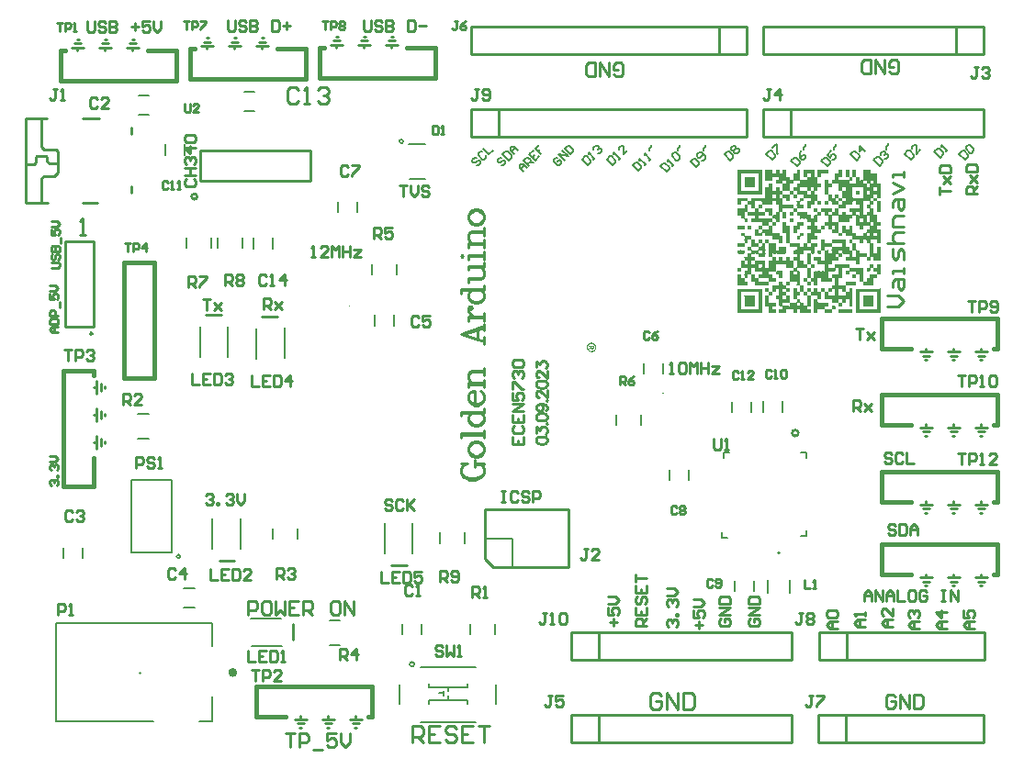
<source format=gto>
G04*
G04 #@! TF.GenerationSoftware,Altium Limited,Altium Designer,23.1.1 (15)*
G04*
G04 Layer_Color=65535*
%FSLAX44Y44*%
%MOMM*%
G71*
G04*
G04 #@! TF.SameCoordinates,F8FEC074-9B5C-4FA2-A9AA-F0323AAD1731*
G04*
G04*
G04 #@! TF.FilePolarity,Positive*
G04*
G01*
G75*
%ADD10C,0.1524*%
%ADD11C,0.4000*%
%ADD12C,0.2540*%
%ADD13C,0.1000*%
%ADD14C,0.2032*%
%ADD15C,0.3810*%
%ADD16C,0.1270*%
%ADD17C,0.2286*%
G36*
X757577Y535846D02*
X763797D01*
Y532667D01*
X770016D01*
Y532529D01*
X770155D01*
Y522992D01*
X773334D01*
Y522854D01*
X773472D01*
Y522578D01*
X773334D01*
Y519952D01*
X773472D01*
Y519813D01*
X773334D01*
Y513317D01*
X773472D01*
Y513041D01*
X773334D01*
Y510415D01*
X773472D01*
Y510277D01*
X773334D01*
Y510138D01*
X773195D01*
Y510000D01*
X770155D01*
Y506959D01*
X773334D01*
Y497561D01*
X773472D01*
Y497285D01*
X773334D01*
Y497146D01*
X770155D01*
Y497285D01*
X770016D01*
Y506407D01*
X770155D01*
Y506545D01*
X770016D01*
Y506821D01*
X767114D01*
Y506683D01*
X766976D01*
Y503642D01*
X763935D01*
Y503504D01*
X763797D01*
Y500463D01*
X766837D01*
Y500325D01*
X766976D01*
Y494244D01*
X767114D01*
Y494106D01*
X767390D01*
Y493967D01*
X767529D01*
Y494106D01*
X770016D01*
Y493967D01*
X770155D01*
Y487748D01*
X770293D01*
Y487610D01*
X773334D01*
Y487333D01*
X773472D01*
Y487195D01*
X773334D01*
Y484569D01*
X773472D01*
Y484431D01*
X773334D01*
Y484292D01*
X770293D01*
Y484154D01*
X770155D01*
Y481252D01*
X770431D01*
Y481114D01*
X772919D01*
Y481252D01*
X773195D01*
Y481114D01*
X773334D01*
Y480975D01*
X773472D01*
Y480837D01*
X773334D01*
Y474894D01*
X773472D01*
Y474618D01*
X773334D01*
Y468260D01*
X773195D01*
Y468121D01*
X772919D01*
Y468260D01*
X770569D01*
Y468121D01*
X770293D01*
Y468260D01*
X770155D01*
Y468398D01*
X770016D01*
Y470886D01*
X770155D01*
Y471024D01*
X770016D01*
Y471300D01*
X769602D01*
Y471439D01*
X769325D01*
Y471300D01*
X767667D01*
Y471439D01*
X767252D01*
Y471300D01*
X766561D01*
Y471439D01*
X766285D01*
Y471300D01*
X764350D01*
Y471439D01*
X763935D01*
Y471300D01*
X763797D01*
Y468260D01*
X766837D01*
Y468121D01*
X766976D01*
Y461902D01*
X767114D01*
Y461764D01*
X766976D01*
Y458999D01*
X766837D01*
Y458861D01*
X766976D01*
Y458723D01*
X767252D01*
Y458585D01*
X769878D01*
Y458723D01*
X770016D01*
Y458861D01*
X770155D01*
Y459138D01*
X770016D01*
Y464804D01*
X770155D01*
Y464943D01*
X770293D01*
Y465081D01*
X773195D01*
Y464943D01*
X773334D01*
Y464804D01*
X773472D01*
Y464666D01*
X773334D01*
Y458585D01*
X773472D01*
Y458447D01*
X773334D01*
Y452503D01*
X773472D01*
Y452227D01*
X773334D01*
Y452089D01*
X766837D01*
Y455268D01*
X763797D01*
Y452227D01*
X763659D01*
Y452089D01*
X760480D01*
Y455129D01*
X760341D01*
Y455268D01*
X754122D01*
Y448772D01*
X750943D01*
Y448910D01*
X750805D01*
Y451950D01*
X750528D01*
Y452089D01*
X741130D01*
Y452227D01*
X740992D01*
Y452365D01*
X741130D01*
Y455268D01*
X741268D01*
Y455406D01*
X744309D01*
Y458308D01*
X744170D01*
Y458447D01*
X744032D01*
Y458585D01*
X743756D01*
Y458447D01*
X741683D01*
Y458585D01*
X741406D01*
Y458447D01*
X740715D01*
Y458585D01*
X740439D01*
Y458447D01*
X738365D01*
Y458585D01*
X738227D01*
Y458447D01*
X737951D01*
Y455406D01*
X737813D01*
Y455268D01*
X734772D01*
Y452227D01*
X734634D01*
Y452089D01*
X728414D01*
Y451950D01*
X728276D01*
Y448910D01*
X728138D01*
Y448772D01*
X725097D01*
Y445731D01*
X731317D01*
Y445869D01*
X731455D01*
Y448633D01*
X731317D01*
Y448910D01*
X731455D01*
Y449048D01*
X731731D01*
Y448910D01*
X734495D01*
Y449048D01*
X735048D01*
Y448910D01*
X737536D01*
Y449048D01*
X738089D01*
Y448910D01*
X740853D01*
Y449048D01*
X741406D01*
Y448910D01*
X744447D01*
Y445731D01*
X757162D01*
Y445593D01*
X757301D01*
Y432877D01*
X760341D01*
Y433015D01*
X760480D01*
Y436056D01*
X763382D01*
Y436194D01*
X763659D01*
Y439097D01*
X763520D01*
Y439235D01*
X763659D01*
Y439373D01*
X763935D01*
Y439235D01*
X766699D01*
Y439373D01*
X767252D01*
Y439235D01*
X769878D01*
Y439373D01*
X770016D01*
Y441999D01*
X770155D01*
Y442137D01*
X770016D01*
Y442414D01*
X766837D01*
Y445454D01*
X766699D01*
Y445593D01*
X766561D01*
Y445731D01*
X766423D01*
Y445593D01*
X764211D01*
Y445731D01*
X764073D01*
Y445593D01*
X763797D01*
Y442552D01*
X763659D01*
Y442414D01*
X760480D01*
Y445731D01*
X763520D01*
Y445869D01*
X763659D01*
Y448633D01*
X763520D01*
Y448910D01*
X763797D01*
Y449048D01*
X763935D01*
Y448910D01*
X766976D01*
Y445731D01*
X770016D01*
Y446007D01*
X770155D01*
Y446146D01*
X770016D01*
Y448772D01*
X770155D01*
Y448910D01*
X770293D01*
Y449048D01*
X770569D01*
Y448910D01*
X772919D01*
Y449048D01*
X773195D01*
Y448910D01*
X773334D01*
Y445731D01*
X773472D01*
Y445454D01*
X773334D01*
Y439097D01*
X772919D01*
Y439235D01*
X772642D01*
Y439097D01*
X770984D01*
Y439235D01*
X770569D01*
Y439097D01*
X770155D01*
Y436056D01*
X770016D01*
Y435918D01*
X767529D01*
Y436056D01*
X767390D01*
Y435918D01*
X767114D01*
Y435779D01*
X766976D01*
Y429698D01*
X766837D01*
Y429560D01*
X757162D01*
Y432739D01*
X754122D01*
Y432877D01*
X753984D01*
Y435779D01*
X753845D01*
Y436194D01*
X753984D01*
Y438958D01*
X753845D01*
Y439097D01*
X753707D01*
Y439235D01*
X753431D01*
Y439097D01*
X751358D01*
Y439235D01*
X751081D01*
Y439097D01*
X750943D01*
Y438958D01*
X750805D01*
Y436056D01*
X750667D01*
Y435918D01*
X747764D01*
Y436056D01*
X747626D01*
Y436194D01*
X747488D01*
Y439097D01*
X747626D01*
Y439235D01*
X747764D01*
Y439373D01*
X748040D01*
Y439235D01*
X750390D01*
Y439373D01*
X750667D01*
Y439511D01*
X750805D01*
Y442276D01*
X750667D01*
Y442414D01*
X744447D01*
Y439235D01*
X744032D01*
Y439097D01*
X743756D01*
Y439235D01*
X743479D01*
Y439097D01*
X742097D01*
Y439235D01*
X741821D01*
Y439097D01*
X741406D01*
Y439235D01*
X741130D01*
Y439373D01*
X740992D01*
Y439511D01*
X741130D01*
Y442414D01*
X741406D01*
Y442552D01*
X741821D01*
Y442414D01*
X742097D01*
Y442552D01*
X743756D01*
Y442414D01*
X744032D01*
Y442552D01*
X744309D01*
Y445454D01*
X744170D01*
Y445593D01*
X744032D01*
Y445731D01*
X743894D01*
Y445593D01*
X741683D01*
Y445731D01*
X741544D01*
Y445593D01*
X740715D01*
Y445731D01*
X740577D01*
Y445593D01*
X738365D01*
Y445731D01*
X738227D01*
Y445593D01*
X737951D01*
Y436056D01*
X737813D01*
Y435918D01*
X735325D01*
Y436056D01*
X735187D01*
Y435918D01*
X734910D01*
Y435779D01*
X734772D01*
Y429836D01*
X734910D01*
Y429698D01*
X735048D01*
Y429560D01*
X737536D01*
Y429698D01*
X738089D01*
Y429560D01*
X740853D01*
Y429698D01*
X740992D01*
Y429836D01*
X741130D01*
Y432739D01*
X741268D01*
Y432877D01*
X750667D01*
Y432739D01*
X750805D01*
Y432601D01*
X750943D01*
Y432462D01*
X750805D01*
Y429836D01*
X750943D01*
Y429698D01*
X750805D01*
Y429560D01*
X741406D01*
Y429422D01*
X741268D01*
Y423202D01*
X744309D01*
Y426381D01*
X744447D01*
Y426519D01*
X744585D01*
Y426381D01*
X747626D01*
Y410348D01*
X747488D01*
Y410210D01*
X744447D01*
Y410348D01*
X744309D01*
Y416568D01*
X744032D01*
Y416706D01*
X743894D01*
Y416568D01*
X741683D01*
Y416706D01*
X741544D01*
Y416568D01*
X741268D01*
Y413665D01*
X741130D01*
Y413389D01*
X737951D01*
Y410210D01*
X734772D01*
Y410348D01*
X734634D01*
Y413389D01*
X731593D01*
Y413251D01*
X731455D01*
Y413389D01*
X728276D01*
Y416430D01*
X728138D01*
Y416568D01*
X721780D01*
Y422926D01*
X721642D01*
Y423064D01*
X718739D01*
Y416706D01*
X718601D01*
Y416568D01*
X715422D01*
Y413665D01*
X715560D01*
Y413527D01*
X724959D01*
Y413389D01*
X725097D01*
Y410348D01*
X724959D01*
Y410210D01*
X722056D01*
Y410072D01*
X721918D01*
Y407169D01*
X722195D01*
Y407031D01*
X724820D01*
Y407169D01*
X725373D01*
Y407031D01*
X727999D01*
Y407169D01*
X728138D01*
Y407308D01*
X728276D01*
Y410210D01*
X728414D01*
Y410348D01*
X731317D01*
Y410210D01*
X731593D01*
Y407031D01*
X728414D01*
Y406893D01*
X728276D01*
Y403714D01*
X721780D01*
Y406893D01*
X721642D01*
Y407031D01*
X715560D01*
Y406893D01*
X715422D01*
Y403852D01*
X715284D01*
Y403714D01*
X712243D01*
Y403852D01*
X712105D01*
Y416706D01*
X712243D01*
Y416844D01*
X712520D01*
Y416706D01*
X715146D01*
Y416844D01*
X715284D01*
Y416982D01*
X715422D01*
Y419747D01*
X715284D01*
Y419885D01*
X709064D01*
Y410348D01*
X708926D01*
Y410210D01*
X705885D01*
Y410072D01*
X705747D01*
Y407308D01*
X705885D01*
Y407031D01*
X709064D01*
Y403714D01*
X699251D01*
Y406893D01*
X699113D01*
Y407031D01*
X696348D01*
Y406893D01*
X696210D01*
Y406755D01*
X696072D01*
Y406478D01*
X696210D01*
Y403990D01*
X696072D01*
Y403714D01*
X693031D01*
Y403852D01*
X692893D01*
Y406755D01*
X692755D01*
Y406893D01*
X692617D01*
Y407031D01*
X689853D01*
Y406893D01*
X689576D01*
Y407031D01*
X686674D01*
Y406893D01*
X686535D01*
Y403852D01*
X686397D01*
Y403714D01*
X680039D01*
Y403990D01*
X679901D01*
Y406893D01*
X680039D01*
Y407031D01*
X682804D01*
Y407169D01*
X683080D01*
Y407308D01*
X683218D01*
Y410072D01*
X683080D01*
Y410210D01*
X680039D01*
Y410348D01*
X679901D01*
Y416568D01*
X676722D01*
Y419885D01*
X679763D01*
Y420023D01*
X679901D01*
Y426243D01*
X676999D01*
Y426105D01*
X676860D01*
Y423202D01*
X676722D01*
Y423064D01*
X673681D01*
Y422649D01*
X673543D01*
Y422511D01*
X673681D01*
Y420576D01*
X673543D01*
Y420438D01*
X673681D01*
Y420023D01*
X673543D01*
Y419885D01*
X670364D01*
Y413665D01*
X670503D01*
Y413527D01*
X676722D01*
Y413389D01*
X676860D01*
Y410348D01*
X676722D01*
Y410210D01*
X673681D01*
Y407722D01*
X673543D01*
Y407446D01*
X673681D01*
Y407169D01*
X673820D01*
Y407031D01*
X676860D01*
Y403714D01*
X670503D01*
Y403852D01*
X670364D01*
Y406893D01*
X670226D01*
Y407446D01*
X670364D01*
Y409795D01*
X670226D01*
Y410210D01*
X667186D01*
Y410348D01*
X667047D01*
Y419885D01*
X667324D01*
Y420023D01*
X667462D01*
Y419885D01*
X670088D01*
Y420023D01*
X670226D01*
Y420300D01*
X670364D01*
Y422787D01*
X670226D01*
Y423064D01*
X667186D01*
Y423202D01*
X667047D01*
Y426381D01*
X667186D01*
Y426519D01*
X667462D01*
Y426381D01*
X669950D01*
Y426519D01*
X670088D01*
Y426381D01*
X670364D01*
Y423202D01*
X673405D01*
Y423340D01*
X673543D01*
Y426105D01*
X673405D01*
Y426657D01*
X673543D01*
Y429560D01*
X676584D01*
Y429698D01*
X677137D01*
Y429560D01*
X679763D01*
Y429698D01*
X679901D01*
Y432739D01*
X680039D01*
Y432877D01*
X683080D01*
Y432739D01*
X683218D01*
Y429836D01*
X683356D01*
Y429560D01*
X686121D01*
Y429698D01*
X686259D01*
Y429836D01*
X686397D01*
Y432739D01*
X686535D01*
Y432877D01*
X689576D01*
Y442414D01*
X689714D01*
Y442552D01*
X690129D01*
Y442414D01*
X690544D01*
Y442552D01*
X692064D01*
Y442414D01*
X692340D01*
Y442552D01*
X692755D01*
Y442828D01*
X692893D01*
Y445316D01*
X692755D01*
Y445593D01*
X690267D01*
Y445731D01*
X690129D01*
Y445593D01*
X689300D01*
Y445731D01*
X689161D01*
Y445593D01*
X686535D01*
Y445731D01*
X686397D01*
Y448633D01*
X686259D01*
Y448772D01*
X685983D01*
Y448910D01*
X685844D01*
Y448772D01*
X677413D01*
Y448910D01*
X677137D01*
Y448772D01*
X676860D01*
Y442552D01*
X677137D01*
Y442414D01*
X677413D01*
Y442552D01*
X679486D01*
Y442414D01*
X679625D01*
Y442552D01*
X680454D01*
Y442414D01*
X680730D01*
Y442552D01*
X682527D01*
Y442414D01*
X682804D01*
Y442552D01*
X683080D01*
Y442414D01*
X683218D01*
Y436056D01*
X683080D01*
Y435918D01*
X680039D01*
Y436194D01*
X679901D01*
Y439097D01*
X679763D01*
Y439235D01*
X679486D01*
Y439097D01*
X677413D01*
Y439235D01*
X677137D01*
Y439097D01*
X676722D01*
Y442276D01*
X676584D01*
Y442414D01*
X670364D01*
Y439373D01*
X670641D01*
Y439235D01*
X673267D01*
Y439373D01*
X673543D01*
Y439097D01*
X673681D01*
Y436609D01*
X673543D01*
Y436332D01*
X673681D01*
Y436056D01*
X676860D01*
Y432877D01*
X676722D01*
Y432739D01*
X670364D01*
Y429560D01*
X657372D01*
Y432739D01*
X654332D01*
Y432877D01*
X654193D01*
Y435918D01*
X654055D01*
Y436056D01*
X654193D01*
Y439097D01*
X653917D01*
Y439235D01*
X653641D01*
Y439097D01*
X651567D01*
Y439235D01*
X651291D01*
Y439097D01*
X651153D01*
Y438958D01*
X651014D01*
Y438682D01*
X651153D01*
Y436885D01*
X651014D01*
Y436609D01*
X651153D01*
Y436332D01*
X651014D01*
Y435918D01*
X647836D01*
Y432877D01*
X651014D01*
Y432601D01*
X651153D01*
Y432324D01*
X651014D01*
Y432048D01*
X651153D01*
Y430251D01*
X651014D01*
Y429975D01*
X651153D01*
Y429698D01*
X651014D01*
Y429560D01*
X641340D01*
Y429698D01*
X641201D01*
Y429836D01*
X641340D01*
Y432601D01*
X641201D01*
Y432877D01*
X641340D01*
Y435779D01*
X641201D01*
Y436194D01*
X641340D01*
Y439373D01*
X641616D01*
Y439235D01*
X644657D01*
Y436194D01*
X644795D01*
Y436056D01*
X647697D01*
Y436332D01*
X647836D01*
Y438958D01*
X647697D01*
Y439511D01*
X647836D01*
Y441999D01*
X647697D01*
Y442276D01*
X647836D01*
Y442414D01*
X647974D01*
Y442552D01*
X648250D01*
Y442414D01*
X648527D01*
Y442552D01*
X650323D01*
Y442414D01*
X650600D01*
Y442552D01*
X650876D01*
Y442828D01*
X651014D01*
Y445316D01*
X650876D01*
Y445593D01*
X650600D01*
Y445731D01*
X650323D01*
Y445593D01*
X645210D01*
Y445731D01*
X645071D01*
Y445593D01*
X644657D01*
Y442552D01*
X644519D01*
Y442414D01*
X641340D01*
Y445731D01*
X644519D01*
Y452089D01*
X644657D01*
Y452227D01*
X644933D01*
Y452089D01*
X647559D01*
Y452227D01*
X647697D01*
Y452503D01*
X647836D01*
Y454853D01*
X647697D01*
Y455129D01*
X647836D01*
Y455406D01*
X650876D01*
Y455544D01*
X651014D01*
Y458585D01*
X654055D01*
Y458723D01*
X654193D01*
Y461625D01*
X653917D01*
Y461764D01*
X651014D01*
Y464943D01*
X651153D01*
Y465081D01*
X654055D01*
Y465219D01*
X654193D01*
Y471162D01*
X654055D01*
Y471300D01*
X653917D01*
Y471439D01*
X653641D01*
Y471300D01*
X651567D01*
Y471439D01*
X651291D01*
Y471300D01*
X651153D01*
Y471162D01*
X651014D01*
Y470747D01*
X651153D01*
Y468951D01*
X651014D01*
Y468812D01*
X651153D01*
Y468398D01*
X651014D01*
Y468260D01*
X650876D01*
Y468121D01*
X650600D01*
Y468260D01*
X648803D01*
Y468121D01*
X648665D01*
Y468260D01*
X648250D01*
Y468121D01*
X647836D01*
Y465081D01*
X647697D01*
Y464943D01*
X641478D01*
Y465081D01*
X641340D01*
Y468260D01*
X647697D01*
Y468398D01*
X647836D01*
Y471162D01*
X647697D01*
Y471715D01*
X647836D01*
Y474479D01*
X647697D01*
Y474618D01*
X644519D01*
Y477796D01*
X644657D01*
Y477935D01*
X647697D01*
Y477796D01*
X647836D01*
Y474756D01*
X650323D01*
Y474618D01*
X650600D01*
Y474756D01*
X651291D01*
Y474618D01*
X651567D01*
Y474756D01*
X653779D01*
Y474618D01*
X653917D01*
Y474756D01*
X654193D01*
Y474618D01*
X654332D01*
Y471577D01*
X654608D01*
Y471439D01*
X654884D01*
Y471577D01*
X657234D01*
Y471439D01*
X657511D01*
Y468398D01*
X657649D01*
Y468260D01*
X660551D01*
Y468398D01*
X660689D01*
Y471439D01*
X660828D01*
Y471577D01*
X661242D01*
Y471439D01*
X661380D01*
Y471577D01*
X663316D01*
Y471439D01*
X663592D01*
Y471577D01*
X663868D01*
Y471439D01*
X664007D01*
Y468260D01*
X667047D01*
Y471439D01*
X667186D01*
Y471577D01*
X667600D01*
Y471439D01*
X667738D01*
Y471577D01*
X669673D01*
Y471439D01*
X669811D01*
Y471577D01*
X670226D01*
Y471439D01*
X670364D01*
Y468260D01*
X676722D01*
Y468121D01*
X676860D01*
Y462040D01*
X676999D01*
Y461902D01*
X677137D01*
Y461764D01*
X677551D01*
Y461902D01*
X677690D01*
Y461764D01*
X679763D01*
Y461902D01*
X679901D01*
Y464943D01*
X680039D01*
Y465081D01*
X686259D01*
Y464943D01*
X686535D01*
Y458585D01*
X686397D01*
Y458447D01*
X685983D01*
Y458585D01*
X685844D01*
Y458447D01*
X683633D01*
Y458585D01*
X683495D01*
Y458447D01*
X682804D01*
Y458585D01*
X682527D01*
Y458447D01*
X680730D01*
Y458585D01*
X680454D01*
Y458447D01*
X677413D01*
Y458585D01*
X677137D01*
Y458447D01*
X676446D01*
Y458585D01*
X676169D01*
Y458447D01*
X674096D01*
Y458585D01*
X673820D01*
Y458447D01*
X673681D01*
Y458170D01*
X673543D01*
Y457894D01*
X673681D01*
Y455406D01*
X676722D01*
Y455268D01*
X676860D01*
Y452365D01*
X676999D01*
Y452227D01*
X677137D01*
Y452089D01*
X679763D01*
Y452227D01*
X679901D01*
Y455268D01*
X680039D01*
Y455406D01*
X683218D01*
Y452365D01*
X683356D01*
Y452089D01*
X686121D01*
Y452227D01*
X686259D01*
Y452503D01*
X686397D01*
Y455268D01*
X686535D01*
Y455406D01*
X689576D01*
Y455268D01*
X689714D01*
Y452365D01*
X689853D01*
Y452227D01*
X689991D01*
Y452089D01*
X692479D01*
Y452227D01*
X692755D01*
Y452503D01*
X692893D01*
Y454991D01*
X692755D01*
Y455129D01*
X692893D01*
Y455406D01*
X695934D01*
Y455544D01*
X696072D01*
Y458170D01*
X695934D01*
Y458447D01*
X695658D01*
Y458585D01*
X695381D01*
Y458447D01*
X693031D01*
Y458585D01*
X692893D01*
Y461764D01*
X693031D01*
Y461902D01*
X693308D01*
Y461764D01*
X695105D01*
Y461902D01*
X695381D01*
Y461764D01*
X695658D01*
Y461902D01*
X695934D01*
Y462040D01*
X696072D01*
Y464804D01*
X695934D01*
Y464943D01*
X689714D01*
Y465081D01*
X689576D01*
Y468121D01*
X689438D01*
Y468260D01*
X689023D01*
Y468121D01*
X688747D01*
Y468260D01*
X686674D01*
Y468121D01*
X686535D01*
Y468260D01*
X686397D01*
Y471162D01*
X686259D01*
Y471715D01*
X686397D01*
Y474618D01*
X686259D01*
Y474894D01*
X686397D01*
Y477520D01*
X686259D01*
Y477796D01*
X685983D01*
Y477935D01*
X685844D01*
Y477796D01*
X683356D01*
Y477935D01*
X683218D01*
Y480837D01*
X683080D01*
Y481252D01*
X683218D01*
Y484154D01*
X683080D01*
Y484569D01*
X683218D01*
Y487471D01*
X683356D01*
Y487610D01*
X686397D01*
Y487471D01*
X686535D01*
Y484431D01*
X686812D01*
Y484292D01*
X687088D01*
Y484431D01*
X689576D01*
Y484292D01*
X689714D01*
Y481114D01*
X689853D01*
Y480975D01*
X689714D01*
Y468398D01*
X689853D01*
Y468260D01*
X699251D01*
Y468121D01*
X699389D01*
Y465219D01*
X699528D01*
Y465081D01*
X702430D01*
Y468121D01*
X702568D01*
Y468260D01*
X705609D01*
Y468398D01*
X705747D01*
Y471162D01*
X705609D01*
Y471715D01*
X705747D01*
Y474479D01*
X705609D01*
Y475032D01*
X705747D01*
Y477935D01*
X708788D01*
Y478073D01*
X708926D01*
Y480837D01*
X708788D01*
Y480975D01*
X708650D01*
Y481114D01*
X708235D01*
Y480975D01*
X708097D01*
Y481114D01*
X706300D01*
Y480975D01*
X706162D01*
Y481114D01*
X705747D01*
Y484292D01*
X705885D01*
Y484431D01*
X708373D01*
Y484292D01*
X708650D01*
Y484431D01*
X708788D01*
Y484569D01*
X708926D01*
Y487333D01*
X708788D01*
Y487471D01*
X705885D01*
Y487610D01*
X705747D01*
Y490374D01*
X705609D01*
Y490650D01*
X705332D01*
Y490788D01*
X702983D01*
Y490650D01*
X702292D01*
Y490788D01*
X699666D01*
Y490650D01*
X699389D01*
Y490788D01*
X699251D01*
Y493829D01*
X698975D01*
Y493967D01*
X696072D01*
Y494106D01*
X695934D01*
Y494244D01*
X696072D01*
Y497008D01*
X695934D01*
Y497146D01*
X692893D01*
Y493967D01*
X692617D01*
Y493829D01*
X692479D01*
Y493967D01*
X689991D01*
Y493829D01*
X689714D01*
Y493967D01*
X689576D01*
Y497146D01*
X689714D01*
Y497285D01*
X692755D01*
Y497561D01*
X692893D01*
Y500049D01*
X692755D01*
Y500325D01*
X692340D01*
Y500463D01*
X690544D01*
Y500325D01*
X690405D01*
Y500463D01*
X689991D01*
Y500325D01*
X689438D01*
Y500463D01*
X689023D01*
Y500325D01*
X688885D01*
Y500463D01*
X687226D01*
Y500325D01*
X687088D01*
Y500463D01*
X686674D01*
Y500325D01*
X686121D01*
Y500463D01*
X685706D01*
Y500325D01*
X685568D01*
Y500463D01*
X684048D01*
Y500325D01*
X683771D01*
Y500463D01*
X683495D01*
Y500325D01*
X683356D01*
Y500187D01*
X683218D01*
Y497423D01*
X683356D01*
Y497285D01*
X683495D01*
Y497146D01*
X683633D01*
Y497285D01*
X686397D01*
Y497146D01*
X686535D01*
Y490788D01*
X686259D01*
Y490650D01*
X686121D01*
Y490788D01*
X683218D01*
Y493691D01*
X683080D01*
Y494244D01*
X683218D01*
Y497008D01*
X683080D01*
Y497146D01*
X680039D01*
Y487610D01*
X679901D01*
Y487471D01*
X676860D01*
Y484292D01*
X673681D01*
Y484016D01*
X673543D01*
Y483740D01*
X673681D01*
Y478349D01*
X673543D01*
Y478211D01*
X673681D01*
Y477935D01*
X679901D01*
Y477796D01*
X680039D01*
Y474894D01*
X680178D01*
Y474756D01*
X680454D01*
Y474618D01*
X680730D01*
Y474756D01*
X682527D01*
Y474618D01*
X682804D01*
Y474756D01*
X683080D01*
Y474618D01*
X683218D01*
Y468260D01*
X683080D01*
Y468121D01*
X682804D01*
Y468260D01*
X680454D01*
Y468121D01*
X680178D01*
Y468260D01*
X680039D01*
Y468398D01*
X679901D01*
Y471300D01*
X679763D01*
Y471439D01*
X679486D01*
Y471300D01*
X677413D01*
Y471439D01*
X677137D01*
Y471300D01*
X676446D01*
Y471439D01*
X676169D01*
Y471300D01*
X674373D01*
Y471439D01*
X674234D01*
Y471300D01*
X673681D01*
Y471439D01*
X673543D01*
Y474479D01*
X673405D01*
Y474618D01*
X667047D01*
Y477796D01*
X666771D01*
Y477935D01*
X666633D01*
Y477796D01*
X664007D01*
Y474756D01*
X663868D01*
Y474618D01*
X657511D01*
Y474756D01*
X657372D01*
Y480975D01*
X657511D01*
Y481114D01*
X657649D01*
Y481252D01*
X657787D01*
Y481114D01*
X660275D01*
Y481252D01*
X660689D01*
Y484292D01*
X660828D01*
Y484431D01*
X663316D01*
Y484292D01*
X663454D01*
Y484431D01*
X663730D01*
Y484569D01*
X663868D01*
Y487333D01*
X663730D01*
Y487471D01*
X654332D01*
Y487610D01*
X654193D01*
Y490788D01*
X657372D01*
Y493829D01*
X657234D01*
Y493967D01*
X654608D01*
Y493829D01*
X653917D01*
Y493967D01*
X651014D01*
Y497008D01*
X650876D01*
Y497146D01*
X647836D01*
Y490927D01*
X647974D01*
Y490788D01*
X651014D01*
Y490650D01*
X651153D01*
Y490374D01*
X651014D01*
Y490097D01*
X651153D01*
Y488301D01*
X651014D01*
Y488024D01*
X651153D01*
Y487748D01*
X651014D01*
Y487471D01*
X647836D01*
Y487748D01*
X647697D01*
Y488024D01*
X647836D01*
Y490374D01*
X647697D01*
Y490650D01*
X647559D01*
Y490788D01*
X644933D01*
Y490650D01*
X644657D01*
Y490788D01*
X644519D01*
Y493829D01*
X644380D01*
Y493967D01*
X641616D01*
Y493829D01*
X641478D01*
Y493967D01*
X641201D01*
Y494244D01*
X641340D01*
Y497146D01*
X641201D01*
Y497561D01*
X641340D01*
Y500463D01*
X647697D01*
Y500602D01*
X647836D01*
Y503642D01*
X647974D01*
Y503781D01*
X648388D01*
Y503642D01*
X648527D01*
Y503781D01*
X650323D01*
Y503642D01*
X650600D01*
Y503781D01*
X650876D01*
Y503919D01*
X651014D01*
Y506683D01*
X650738D01*
Y506821D01*
X644795D01*
Y506683D01*
X644657D01*
Y503642D01*
X641616D01*
Y503504D01*
X641340D01*
Y506683D01*
X641201D01*
Y507098D01*
X641340D01*
Y510000D01*
X641478D01*
Y510138D01*
X651014D01*
Y509862D01*
X651153D01*
Y509585D01*
X651014D01*
Y509309D01*
X651153D01*
Y507512D01*
X651014D01*
Y507236D01*
X651153D01*
Y506959D01*
X651291D01*
Y506821D01*
X651567D01*
Y506959D01*
X653641D01*
Y506821D01*
X653917D01*
Y506959D01*
X654055D01*
Y507098D01*
X654193D01*
Y510000D01*
X654332D01*
Y510138D01*
X667047D01*
Y519675D01*
X667186D01*
Y519813D01*
X670226D01*
Y520090D01*
X670364D01*
Y522578D01*
X670226D01*
Y522854D01*
X670364D01*
Y522992D01*
X673543D01*
Y522854D01*
X673681D01*
Y522439D01*
X673543D01*
Y522301D01*
X673681D01*
Y517187D01*
X673543D01*
Y516911D01*
X673681D01*
Y516634D01*
X673820D01*
Y516496D01*
X673958D01*
Y516634D01*
X676308D01*
Y516496D01*
X676446D01*
Y516634D01*
X676584D01*
Y516773D01*
X676722D01*
Y519675D01*
X676860D01*
Y519813D01*
X679901D01*
Y519675D01*
X680039D01*
Y516634D01*
X683080D01*
Y516773D01*
X683218D01*
Y519675D01*
X683080D01*
Y520090D01*
X683218D01*
Y522716D01*
X683080D01*
Y522854D01*
X682804D01*
Y522992D01*
X680316D01*
Y522854D01*
X679763D01*
Y522992D01*
X676722D01*
Y526309D01*
X679901D01*
Y529350D01*
X673681D01*
Y529074D01*
X673543D01*
Y528797D01*
X673681D01*
Y526448D01*
X673543D01*
Y526171D01*
X673405D01*
Y526033D01*
X673267D01*
Y526171D01*
X670641D01*
Y526033D01*
X669950D01*
Y526171D01*
X667462D01*
Y526033D01*
X667186D01*
Y526171D01*
X667047D01*
Y535846D01*
X667186D01*
Y535984D01*
X667462D01*
Y535846D01*
X673267D01*
Y535984D01*
X673405D01*
Y535846D01*
X673681D01*
Y535432D01*
X673543D01*
Y535293D01*
X673681D01*
Y532667D01*
X676584D01*
Y532805D01*
X676722D01*
Y535846D01*
X679625D01*
Y535984D01*
X679763D01*
Y535846D01*
X680039D01*
Y532805D01*
X680178D01*
Y532667D01*
X683080D01*
Y532944D01*
X683218D01*
Y535846D01*
X686535D01*
Y529627D01*
X686674D01*
Y529488D01*
X686812D01*
Y529350D01*
X686950D01*
Y529488D01*
X689576D01*
Y529350D01*
X689714D01*
Y526309D01*
X692755D01*
Y526448D01*
X692893D01*
Y529212D01*
X692755D01*
Y529765D01*
X692893D01*
Y532253D01*
X692755D01*
Y532391D01*
X692893D01*
Y532667D01*
X695934D01*
Y532944D01*
X696072D01*
Y535570D01*
X695934D01*
Y535708D01*
X696072D01*
Y535846D01*
X699389D01*
Y526309D01*
X705609D01*
Y526448D01*
X705747D01*
Y529212D01*
X705471D01*
Y529350D01*
X702568D01*
Y529488D01*
X702430D01*
Y535708D01*
X702568D01*
Y535846D01*
X702706D01*
Y535984D01*
X702845D01*
Y535846D01*
X705471D01*
Y535984D01*
X705747D01*
Y535846D01*
X712243D01*
Y529627D01*
X712381D01*
Y529488D01*
X715284D01*
Y529765D01*
X715422D01*
Y532253D01*
X715284D01*
Y532944D01*
X715422D01*
Y535846D01*
X715698D01*
Y535984D01*
X715837D01*
Y535846D01*
X718463D01*
Y535984D01*
X718601D01*
Y535846D01*
X721780D01*
Y535984D01*
X721918D01*
Y535846D01*
X724682D01*
Y535984D01*
X724820D01*
Y535846D01*
X725097D01*
Y532667D01*
X724959D01*
Y532529D01*
X719154D01*
Y532667D01*
X719016D01*
Y532529D01*
X718739D01*
Y529350D01*
X715560D01*
Y529212D01*
X715422D01*
Y523130D01*
X715560D01*
Y522992D01*
X718601D01*
Y522854D01*
X718739D01*
Y519813D01*
X718601D01*
Y519675D01*
X715422D01*
Y516496D01*
X712520D01*
Y516358D01*
X712243D01*
Y513456D01*
X712381D01*
Y513317D01*
X715422D01*
Y506959D01*
X718601D01*
Y506683D01*
X718739D01*
Y503781D01*
X718601D01*
Y503504D01*
X718325D01*
Y503642D01*
X715837D01*
Y503504D01*
X715698D01*
Y503642D01*
X715422D01*
Y506683D01*
X715146D01*
Y506821D01*
X712381D01*
Y506683D01*
X712243D01*
Y503642D01*
X709202D01*
Y503504D01*
X709064D01*
Y500463D01*
X706300D01*
Y500325D01*
X706023D01*
Y500463D01*
X705747D01*
Y503366D01*
X705609D01*
Y503781D01*
X705747D01*
Y506821D01*
X705885D01*
Y506959D01*
X708373D01*
Y506821D01*
X708650D01*
Y506959D01*
X708788D01*
Y507236D01*
X708926D01*
Y509862D01*
X708788D01*
Y510000D01*
X702568D01*
Y506959D01*
X702430D01*
Y506821D01*
X699528D01*
Y506683D01*
X699389D01*
Y503781D01*
X699666D01*
Y503642D01*
X699942D01*
Y503781D01*
X701739D01*
Y503642D01*
X702015D01*
Y503781D01*
X702292D01*
Y503642D01*
X702568D01*
Y500463D01*
X702292D01*
Y500325D01*
X702015D01*
Y500463D01*
X700219D01*
Y500325D01*
X700080D01*
Y500463D01*
X699666D01*
Y500325D01*
X698975D01*
Y500463D01*
X698698D01*
Y500325D01*
X698560D01*
Y500463D01*
X696901D01*
Y500325D01*
X696763D01*
Y500463D01*
X696348D01*
Y500325D01*
X696210D01*
Y497285D01*
X696348D01*
Y497146D01*
X696625D01*
Y497285D01*
X698836D01*
Y497146D01*
X698975D01*
Y497285D01*
X705609D01*
Y497146D01*
X705747D01*
Y494244D01*
X705885D01*
Y494106D01*
X706023D01*
Y493967D01*
X706162D01*
Y494106D01*
X708926D01*
Y493967D01*
X709064D01*
Y490927D01*
X709202D01*
Y490788D01*
X711967D01*
Y490927D01*
X712105D01*
Y493967D01*
X712243D01*
Y494106D01*
X715284D01*
Y494244D01*
X715422D01*
Y497008D01*
X715284D01*
Y497146D01*
X712105D01*
Y500463D01*
X715422D01*
Y497285D01*
X718463D01*
Y497561D01*
X718601D01*
Y500463D01*
X728276D01*
Y497561D01*
X728414D01*
Y497285D01*
X728552D01*
Y497146D01*
X728690D01*
Y497285D01*
X730902D01*
Y497146D01*
X731178D01*
Y497285D01*
X731317D01*
Y497561D01*
X731455D01*
Y500463D01*
X734634D01*
Y503504D01*
X734495D01*
Y503642D01*
X731731D01*
Y503504D01*
X731178D01*
Y503642D01*
X728276D01*
Y506683D01*
X727999D01*
Y506821D01*
X725235D01*
Y506683D01*
X725097D01*
Y503642D01*
X724820D01*
Y503504D01*
X724682D01*
Y503642D01*
X722195D01*
Y503504D01*
X721918D01*
Y503642D01*
X721780D01*
Y506821D01*
X721918D01*
Y506959D01*
X724959D01*
Y513179D01*
X724820D01*
Y513317D01*
X722056D01*
Y513179D01*
X721918D01*
Y513317D01*
X721780D01*
Y526309D01*
X724959D01*
Y526171D01*
X725097D01*
Y522992D01*
X728138D01*
Y523130D01*
X728276D01*
Y526171D01*
X728414D01*
Y526309D01*
X730902D01*
Y526171D01*
X731040D01*
Y526309D01*
X731317D01*
Y526448D01*
X731455D01*
Y529212D01*
X731317D01*
Y529627D01*
X731455D01*
Y532667D01*
X734634D01*
Y535846D01*
X734772D01*
Y535984D01*
X735048D01*
Y535846D01*
X737536D01*
Y535984D01*
X737813D01*
Y535846D01*
X737951D01*
Y529350D01*
X734910D01*
Y529212D01*
X734772D01*
Y526309D01*
X744309D01*
Y529212D01*
X744170D01*
Y529350D01*
X741130D01*
Y529488D01*
X740992D01*
Y529627D01*
X741130D01*
Y532391D01*
X740992D01*
Y532944D01*
X741130D01*
Y535570D01*
X740992D01*
Y535708D01*
X741130D01*
Y535846D01*
X744447D01*
Y529627D01*
X744585D01*
Y529488D01*
X747488D01*
Y535708D01*
X747626D01*
Y535846D01*
X747764D01*
Y535984D01*
X747902D01*
Y535846D01*
X750528D01*
Y535984D01*
X750667D01*
Y535846D01*
X750805D01*
Y535708D01*
X750943D01*
Y535570D01*
X750805D01*
Y529765D01*
X750943D01*
Y529488D01*
X751081D01*
Y529350D01*
X751219D01*
Y529488D01*
X753984D01*
Y529350D01*
X754122D01*
Y526309D01*
X754398D01*
Y526171D01*
X754537D01*
Y526309D01*
X757162D01*
Y535846D01*
X757439D01*
Y535984D01*
X757577D01*
Y535846D01*
D02*
G37*
G36*
X663730Y535708D02*
X663868D01*
Y513317D01*
X641340D01*
Y535570D01*
X641201D01*
Y535708D01*
X641340D01*
Y535846D01*
X663730D01*
Y535708D01*
D02*
G37*
G36*
X692893Y488853D02*
Y488715D01*
Y487610D01*
X692755D01*
Y487471D01*
X689714D01*
Y487610D01*
X689576D01*
Y490788D01*
X692893D01*
Y488853D01*
D02*
G37*
G36*
X702430Y487471D02*
X702568D01*
Y484292D01*
X699528D01*
Y484154D01*
X699389D01*
Y480975D01*
X698975D01*
Y481114D01*
X696901D01*
Y480975D01*
X696763D01*
Y481114D01*
X696348D01*
Y480975D01*
X696210D01*
Y480699D01*
X696072D01*
Y480561D01*
X696210D01*
Y478073D01*
X696072D01*
Y477935D01*
X695934D01*
Y477796D01*
X693031D01*
Y477935D01*
X692893D01*
Y480837D01*
X692755D01*
Y481252D01*
X692893D01*
Y484292D01*
X693031D01*
Y484431D01*
X695381D01*
Y484292D01*
X695658D01*
Y484431D01*
X695934D01*
Y484707D01*
X696072D01*
Y487471D01*
X696210D01*
Y487610D01*
X702430D01*
Y487471D01*
D02*
G37*
G36*
X654332Y480975D02*
X653917D01*
Y481114D01*
X651291D01*
Y480975D01*
X651014D01*
Y484431D01*
X653779D01*
Y484292D01*
X653917D01*
Y484431D01*
X654332D01*
Y480975D01*
D02*
G37*
G36*
X647697Y484292D02*
X647836D01*
Y481114D01*
X647559D01*
Y480975D01*
X647283D01*
Y481114D01*
X645486D01*
Y480975D01*
X645348D01*
Y481114D01*
X644933D01*
Y480975D01*
X644380D01*
Y481114D01*
X643966D01*
Y480975D01*
X643827D01*
Y481114D01*
X641616D01*
Y480975D01*
X641340D01*
Y484431D01*
X641754D01*
Y484292D01*
X641892D01*
Y484431D01*
X644104D01*
Y484292D01*
X644242D01*
Y484431D01*
X645071D01*
Y484292D01*
X645210D01*
Y484431D01*
X647697D01*
Y484292D01*
D02*
G37*
G36*
X702430Y477796D02*
X702568D01*
Y474756D01*
X702430D01*
Y474618D01*
X699528D01*
Y474479D01*
X699389D01*
Y471439D01*
X699251D01*
Y471300D01*
X698975D01*
Y471439D01*
X698836D01*
Y471300D01*
X698698D01*
Y471439D01*
X698422D01*
Y471300D01*
X696901D01*
Y471439D01*
X696763D01*
Y471300D01*
X696487D01*
Y471439D01*
X696348D01*
Y471300D01*
X696210D01*
Y471439D01*
X695934D01*
Y471577D01*
X696072D01*
Y474618D01*
X696210D01*
Y474756D01*
X696348D01*
Y474618D01*
X696487D01*
Y474756D01*
X698698D01*
Y474618D01*
X698975D01*
Y474756D01*
X699113D01*
Y474894D01*
X699251D01*
Y477935D01*
X702430D01*
Y477796D01*
D02*
G37*
G36*
X647559Y461764D02*
X647836D01*
Y458585D01*
X647697D01*
Y458447D01*
X647283D01*
Y458585D01*
X647144D01*
Y458447D01*
X645210D01*
Y458585D01*
X645071D01*
Y458447D01*
X644242D01*
Y458585D01*
X644104D01*
Y458447D01*
X641892D01*
Y458585D01*
X641754D01*
Y458447D01*
X641340D01*
Y461902D01*
X641616D01*
Y461764D01*
X643827D01*
Y461902D01*
X643966D01*
Y461764D01*
X644380D01*
Y461902D01*
X644933D01*
Y461764D01*
X645348D01*
Y461902D01*
X645486D01*
Y461764D01*
X647283D01*
Y461902D01*
X647559D01*
Y461764D01*
D02*
G37*
G36*
X744723Y407031D02*
X747626D01*
Y403852D01*
X747488D01*
Y403714D01*
X734772D01*
Y403852D01*
X734634D01*
Y407031D01*
X737536D01*
Y407169D01*
X738089D01*
Y407031D01*
X740853D01*
Y407169D01*
X741406D01*
Y407031D01*
X744170D01*
Y407169D01*
X744723D01*
Y407031D01*
D02*
G37*
G36*
X773195Y426243D02*
X773334D01*
Y403714D01*
X750805D01*
Y426243D01*
X773057D01*
Y426381D01*
X773195D01*
Y426243D01*
D02*
G37*
G36*
X663868Y403852D02*
X663730D01*
Y403714D01*
X641340D01*
Y403852D01*
X641201D01*
Y403990D01*
X641340D01*
Y426243D01*
X663868D01*
Y403852D01*
D02*
G37*
G36*
X507721Y376355D02*
X508018D01*
Y376256D01*
X508414D01*
Y376157D01*
X508711D01*
Y376058D01*
X508810D01*
Y375959D01*
X509008D01*
Y375860D01*
X509206D01*
Y375761D01*
X509305D01*
Y375662D01*
X509504D01*
Y375563D01*
X509603D01*
Y375464D01*
X509701D01*
Y375365D01*
X509800D01*
Y375266D01*
X509899D01*
Y375167D01*
X509999D01*
Y375068D01*
X510098D01*
Y374969D01*
X510196D01*
Y374870D01*
X510295D01*
Y374771D01*
X510395D01*
Y374672D01*
X510494D01*
Y374474D01*
X510593D01*
Y374375D01*
X510692D01*
Y374177D01*
X510791D01*
Y373979D01*
X510890D01*
Y373781D01*
X510989D01*
Y373484D01*
X511088D01*
Y373187D01*
X511187D01*
Y370910D01*
X511088D01*
Y370613D01*
X510989D01*
Y370316D01*
X510890D01*
Y370118D01*
X510791D01*
Y369920D01*
X510692D01*
Y369722D01*
X510593D01*
Y369623D01*
X510494D01*
Y369425D01*
X510395D01*
Y369326D01*
X510295D01*
Y369226D01*
X510196D01*
Y369128D01*
X510098D01*
Y369029D01*
X509999D01*
Y368929D01*
X509899D01*
Y368830D01*
X509800D01*
Y368731D01*
X509701D01*
Y368633D01*
X509504D01*
Y368534D01*
X509404D01*
Y368434D01*
X509305D01*
Y368335D01*
X509107D01*
Y368236D01*
X508909D01*
Y368137D01*
X508711D01*
Y368038D01*
X508513D01*
Y367939D01*
X508117D01*
Y367840D01*
X507721D01*
Y367741D01*
X507325D01*
Y367642D01*
X506434D01*
Y367741D01*
X505939D01*
Y367840D01*
X505543D01*
Y367939D01*
X505147D01*
Y368038D01*
X504949D01*
Y368137D01*
X504751D01*
Y368236D01*
X504553D01*
Y368335D01*
X504355D01*
Y368434D01*
X504157D01*
Y368534D01*
X504058D01*
Y368633D01*
X503959D01*
Y368731D01*
X503860D01*
Y368830D01*
X503662D01*
Y368929D01*
X503563D01*
Y369029D01*
X503464D01*
Y369128D01*
X503365D01*
Y369326D01*
X503266D01*
Y369425D01*
X503167D01*
Y369524D01*
X503068D01*
Y369722D01*
X502969D01*
Y369821D01*
X502870D01*
Y370019D01*
X502771D01*
Y370217D01*
X502672D01*
Y370514D01*
X502573D01*
Y370811D01*
X502474D01*
Y371108D01*
X502375D01*
Y372890D01*
X502474D01*
Y373286D01*
X502573D01*
Y373583D01*
X502672D01*
Y373880D01*
X502771D01*
Y374078D01*
X502870D01*
Y374276D01*
X502969D01*
Y374375D01*
X503068D01*
Y374573D01*
X503167D01*
Y374672D01*
X503266D01*
Y374771D01*
X503365D01*
Y374969D01*
X503464D01*
Y375068D01*
X503563D01*
Y375167D01*
X503662D01*
Y375266D01*
X503761D01*
Y375365D01*
X503860D01*
Y375464D01*
X504058D01*
Y375563D01*
X504157D01*
Y375662D01*
X504256D01*
Y375761D01*
X504454D01*
Y375860D01*
X504553D01*
Y375959D01*
X504850D01*
Y376058D01*
X504949D01*
Y376157D01*
X505246D01*
Y376256D01*
X505543D01*
Y376355D01*
X505939D01*
Y376454D01*
X507721D01*
Y376355D01*
D02*
G37*
%LPC*%
G36*
X706162Y532667D02*
X706023D01*
Y532529D01*
X705885D01*
Y532391D01*
X705747D01*
Y529627D01*
X705885D01*
Y529488D01*
X706023D01*
Y529350D01*
X706162D01*
Y529488D01*
X708373D01*
Y529350D01*
X708511D01*
Y529488D01*
X708788D01*
Y529765D01*
X708926D01*
Y532391D01*
X708788D01*
Y532529D01*
X706162D01*
Y532667D01*
D02*
G37*
G36*
X699113Y526171D02*
X696348D01*
Y526033D01*
X695796D01*
Y526171D01*
X693031D01*
Y526033D01*
X692893D01*
Y522992D01*
X692617D01*
Y522854D01*
X692479D01*
Y522992D01*
X689991D01*
Y522854D01*
X689853D01*
Y522716D01*
X689714D01*
Y516634D01*
X692755D01*
Y516773D01*
X692893D01*
Y519675D01*
X693031D01*
Y519813D01*
X695934D01*
Y520090D01*
X696072D01*
Y522992D01*
X699113D01*
Y523130D01*
X699251D01*
Y525895D01*
X699113D01*
Y526171D01*
D02*
G37*
G36*
X766699D02*
X763935D01*
Y526033D01*
X763797D01*
Y522992D01*
X766699D01*
Y523130D01*
X766837D01*
Y526033D01*
X766699D01*
Y526171D01*
D02*
G37*
G36*
X760065D02*
X757577D01*
Y526033D01*
X757301D01*
Y522992D01*
X760341D01*
Y523130D01*
X760480D01*
Y525895D01*
X760341D01*
Y526033D01*
X760065D01*
Y526171D01*
D02*
G37*
G36*
X750528Y529350D02*
X747764D01*
Y529212D01*
X747626D01*
Y526309D01*
X747488D01*
Y526171D01*
X744723D01*
Y526033D01*
X744447D01*
Y522992D01*
X750667D01*
Y523130D01*
X750805D01*
Y525895D01*
X750667D01*
Y526448D01*
X750805D01*
Y529212D01*
X750528D01*
Y529350D01*
D02*
G37*
G36*
X686121Y526171D02*
X683356D01*
Y525895D01*
X683218D01*
Y523130D01*
X683356D01*
Y522992D01*
X686259D01*
Y523130D01*
X686397D01*
Y525895D01*
X686259D01*
Y526033D01*
X686121D01*
Y526171D01*
D02*
G37*
G36*
X734495Y522992D02*
X731731D01*
Y522854D01*
X731178D01*
Y522992D01*
X728414D01*
Y522716D01*
X728276D01*
Y519675D01*
X725097D01*
Y513456D01*
X725235D01*
Y513317D01*
X728276D01*
Y510277D01*
X728414D01*
Y510138D01*
X731317D01*
Y510277D01*
X731455D01*
Y513041D01*
X731317D01*
Y513179D01*
X731455D01*
Y513317D01*
X734634D01*
Y513179D01*
X734772D01*
Y510138D01*
X737813D01*
Y510277D01*
X737951D01*
Y513041D01*
X737813D01*
Y513456D01*
X737951D01*
Y516220D01*
X737813D01*
Y516358D01*
X737674D01*
Y516496D01*
X735048D01*
Y516358D01*
X734910D01*
Y516496D01*
X734634D01*
Y522854D01*
X734495D01*
Y522992D01*
D02*
G37*
G36*
X763382D02*
X760618D01*
Y522854D01*
X760480D01*
Y519952D01*
X760618D01*
Y519813D01*
X763520D01*
Y520090D01*
X763659D01*
Y522716D01*
X763520D01*
Y522854D01*
X763382D01*
Y522992D01*
D02*
G37*
G36*
X770016Y519675D02*
X766976D01*
Y519399D01*
X766837D01*
Y519260D01*
X766976D01*
Y517049D01*
X766837D01*
Y516911D01*
X766976D01*
Y516773D01*
X767114D01*
Y516634D01*
X770016D01*
Y516911D01*
X770155D01*
Y517049D01*
X770016D01*
Y519260D01*
X770155D01*
Y519537D01*
X770016D01*
Y519675D01*
D02*
G37*
G36*
X705609D02*
X699389D01*
Y516773D01*
X699528D01*
Y516634D01*
X705609D01*
Y516773D01*
X705747D01*
Y519537D01*
X705609D01*
Y519675D01*
D02*
G37*
G36*
X740992D02*
X737951D01*
Y516634D01*
X740577D01*
Y516496D01*
X740715D01*
Y516634D01*
X740992D01*
Y516773D01*
X741130D01*
Y519537D01*
X740992D01*
Y519675D01*
D02*
G37*
G36*
X712105D02*
X709064D01*
Y516634D01*
X709341D01*
Y516496D01*
X709479D01*
Y516634D01*
X712105D01*
Y519675D01*
D02*
G37*
G36*
X689438Y516496D02*
X686674D01*
Y516358D01*
X686121D01*
Y516496D01*
X683356D01*
Y516358D01*
X683218D01*
Y513456D01*
X683356D01*
Y513317D01*
X689438D01*
Y513456D01*
X689576D01*
Y516358D01*
X689438D01*
Y516496D01*
D02*
G37*
G36*
X763382D02*
X760618D01*
Y516358D01*
X760480D01*
Y513456D01*
X760618D01*
Y513317D01*
X763382D01*
Y513456D01*
X763659D01*
Y516220D01*
X763520D01*
Y516358D01*
X763382D01*
Y516496D01*
D02*
G37*
G36*
X708650D02*
X705885D01*
Y516358D01*
X705747D01*
Y513456D01*
X705885D01*
Y513317D01*
X708650D01*
Y513456D01*
X708926D01*
Y516220D01*
X708788D01*
Y516358D01*
X708650D01*
Y516496D01*
D02*
G37*
G36*
X695796D02*
X693031D01*
Y516358D01*
X692893D01*
Y513456D01*
X693031D01*
Y513317D01*
X695796D01*
Y513456D01*
X696072D01*
Y516220D01*
X695934D01*
Y516358D01*
X695796D01*
Y516496D01*
D02*
G37*
G36*
X702292Y513317D02*
X699666D01*
Y513179D01*
X699113D01*
Y513317D01*
X696348D01*
Y513179D01*
X696210D01*
Y510277D01*
X696072D01*
Y510138D01*
X695934D01*
Y510000D01*
X693031D01*
Y510138D01*
X692893D01*
Y510277D01*
X692755D01*
Y510415D01*
X692893D01*
Y512903D01*
X692755D01*
Y513179D01*
X692617D01*
Y513317D01*
X689991D01*
Y513179D01*
X689714D01*
Y506959D01*
X689576D01*
Y506821D01*
X686397D01*
Y506959D01*
X686259D01*
Y507098D01*
X686397D01*
Y509862D01*
X686259D01*
Y510000D01*
X683218D01*
Y503781D01*
X683495D01*
Y503642D01*
X683771D01*
Y503781D01*
X685844D01*
Y503642D01*
X686121D01*
Y503781D01*
X686812D01*
Y503642D01*
X686950D01*
Y503781D01*
X689161D01*
Y503642D01*
X689300D01*
Y503781D01*
X690129D01*
Y503642D01*
X690267D01*
Y503781D01*
X692202D01*
Y503642D01*
X692340D01*
Y503781D01*
X692755D01*
Y503642D01*
X692893D01*
Y500463D01*
X695934D01*
Y500602D01*
X696072D01*
Y503366D01*
X695934D01*
Y503919D01*
X696072D01*
Y506683D01*
X695934D01*
Y506821D01*
X696072D01*
Y506959D01*
X698698D01*
Y506821D01*
X698975D01*
Y506959D01*
X699113D01*
Y507098D01*
X699251D01*
Y510000D01*
X699389D01*
Y510138D01*
X702430D01*
Y513179D01*
X702292D01*
Y513317D01*
D02*
G37*
G36*
X769740D02*
X767252D01*
Y513179D01*
X767114D01*
Y513041D01*
X766976D01*
Y510138D01*
X770016D01*
Y513179D01*
X769740D01*
Y513317D01*
D02*
G37*
G36*
X757162Y519675D02*
X747626D01*
Y510277D01*
X747764D01*
Y510138D01*
X757162D01*
Y519675D01*
D02*
G37*
G36*
X682942Y513317D02*
X680316D01*
Y513179D01*
X680178D01*
Y513041D01*
X680039D01*
Y510277D01*
X680178D01*
Y510138D01*
X683080D01*
Y510277D01*
X683218D01*
Y513041D01*
X683080D01*
Y513179D01*
X682942D01*
Y513317D01*
D02*
G37*
G36*
X676446D02*
X673820D01*
Y513179D01*
X673681D01*
Y512765D01*
X673543D01*
Y512626D01*
X673681D01*
Y510138D01*
X676584D01*
Y510277D01*
X676722D01*
Y513041D01*
X676584D01*
Y513179D01*
X676446D01*
Y513317D01*
D02*
G37*
G36*
X766837Y510000D02*
X763797D01*
Y506959D01*
X764073D01*
Y506821D01*
X764211D01*
Y506959D01*
X766423D01*
Y506821D01*
X766561D01*
Y506959D01*
X766699D01*
Y507098D01*
X766837D01*
Y510000D01*
D02*
G37*
G36*
X740992D02*
X737951D01*
Y506959D01*
X740577D01*
Y506821D01*
X740715D01*
Y506959D01*
X740992D01*
Y507236D01*
X741130D01*
Y509862D01*
X740992D01*
Y510000D01*
D02*
G37*
G36*
X734634D02*
X731593D01*
Y507098D01*
X731731D01*
Y506959D01*
X731869D01*
Y506821D01*
X732008D01*
Y506959D01*
X734219D01*
Y506821D01*
X734495D01*
Y506959D01*
X734634D01*
Y510000D01*
D02*
G37*
G36*
X763382Y506821D02*
X757439D01*
Y506683D01*
X757301D01*
Y494106D01*
X760341D01*
Y494244D01*
X760480D01*
Y497146D01*
X760618D01*
Y497285D01*
X763106D01*
Y497146D01*
X763244D01*
Y497285D01*
X763520D01*
Y497561D01*
X763659D01*
Y500187D01*
X763520D01*
Y500325D01*
X763382D01*
Y500463D01*
X762968D01*
Y500325D01*
X762829D01*
Y500463D01*
X761032D01*
Y500325D01*
X760618D01*
Y500463D01*
X760480D01*
Y503642D01*
X760618D01*
Y503781D01*
X761032D01*
Y503642D01*
X761171D01*
Y503781D01*
X762968D01*
Y503642D01*
X763244D01*
Y503781D01*
X763520D01*
Y503919D01*
X763659D01*
Y506683D01*
X763382D01*
Y506821D01*
D02*
G37*
G36*
X737674D02*
X734910D01*
Y506683D01*
X734772D01*
Y503781D01*
X735187D01*
Y503642D01*
X735463D01*
Y503781D01*
X737260D01*
Y503642D01*
X737398D01*
Y503781D01*
X737813D01*
Y503919D01*
X737951D01*
Y506683D01*
X737674D01*
Y506821D01*
D02*
G37*
G36*
X663592D02*
X657649D01*
Y506683D01*
X657511D01*
Y500463D01*
X660551D01*
Y500602D01*
X660689D01*
Y503642D01*
X660828D01*
Y503781D01*
X661242D01*
Y503642D01*
X661380D01*
Y503781D01*
X663177D01*
Y503642D01*
X663592D01*
Y503781D01*
X663730D01*
Y503919D01*
X663868D01*
Y506683D01*
X663592D01*
Y506821D01*
D02*
G37*
G36*
X750528D02*
X747764D01*
Y506683D01*
X747626D01*
Y503642D01*
X747349D01*
Y503504D01*
X747211D01*
Y503642D01*
X744723D01*
Y503504D01*
X744170D01*
Y503642D01*
X741406D01*
Y503504D01*
X741268D01*
Y500602D01*
X741130D01*
Y500463D01*
X740992D01*
Y500325D01*
X740853D01*
Y500463D01*
X738227D01*
Y500325D01*
X737398D01*
Y500463D01*
X737122D01*
Y500325D01*
X736983D01*
Y500463D01*
X735739D01*
Y500325D01*
X735463D01*
Y500463D01*
X735187D01*
Y500325D01*
X734772D01*
Y494106D01*
X737813D01*
Y494244D01*
X737951D01*
Y497146D01*
X738089D01*
Y497285D01*
X741130D01*
Y497008D01*
X741268D01*
Y494106D01*
X741406D01*
Y493967D01*
X741683D01*
Y494106D01*
X743894D01*
Y493967D01*
X744032D01*
Y494106D01*
X747488D01*
Y496732D01*
X747626D01*
Y496870D01*
X747488D01*
Y497146D01*
X744309D01*
Y500463D01*
X753845D01*
Y500602D01*
X753984D01*
Y503366D01*
X753845D01*
Y503504D01*
X753707D01*
Y503642D01*
X750805D01*
Y506683D01*
X750528D01*
Y506821D01*
D02*
G37*
G36*
X676584D02*
X673681D01*
Y506545D01*
X673543D01*
Y506268D01*
X673681D01*
Y503781D01*
X673543D01*
Y503504D01*
X673267D01*
Y503642D01*
X670641D01*
Y503504D01*
X669950D01*
Y503642D01*
X667462D01*
Y503504D01*
X666909D01*
Y503642D01*
X664145D01*
Y503504D01*
X664007D01*
Y500463D01*
X663730D01*
Y500325D01*
X663592D01*
Y500463D01*
X661519D01*
Y500325D01*
X661242D01*
Y500463D01*
X660828D01*
Y500187D01*
X660689D01*
Y497423D01*
X660828D01*
Y497285D01*
X660966D01*
Y497146D01*
X661104D01*
Y497285D01*
X663316D01*
Y497146D01*
X663454D01*
Y497285D01*
X664283D01*
Y497146D01*
X664421D01*
Y497285D01*
X666633D01*
Y497146D01*
X666771D01*
Y497285D01*
X667047D01*
Y500463D01*
X673543D01*
Y500325D01*
X673681D01*
Y494520D01*
X673543D01*
Y494382D01*
X673681D01*
Y494106D01*
X673820D01*
Y493967D01*
X674096D01*
Y494106D01*
X676169D01*
Y493967D01*
X676446D01*
Y494106D01*
X676584D01*
Y494244D01*
X676722D01*
Y497146D01*
X676860D01*
Y497285D01*
X679901D01*
Y503504D01*
X679763D01*
Y503642D01*
X677137D01*
Y503504D01*
X676860D01*
Y503642D01*
X676722D01*
Y506683D01*
X676584D01*
Y506821D01*
D02*
G37*
G36*
X653917Y503642D02*
X651291D01*
Y503504D01*
X651153D01*
Y503228D01*
X651014D01*
Y502951D01*
X651153D01*
Y497976D01*
X651014D01*
Y497699D01*
X651153D01*
Y497285D01*
X651291D01*
Y497146D01*
X651567D01*
Y497285D01*
X653779D01*
Y497146D01*
X653917D01*
Y497285D01*
X654608D01*
Y497146D01*
X654746D01*
Y497285D01*
X656958D01*
Y497146D01*
X657234D01*
Y497285D01*
X657372D01*
Y500325D01*
X657234D01*
Y500463D01*
X656958D01*
Y500325D01*
X656681D01*
Y500463D01*
X654608D01*
Y500325D01*
X654470D01*
Y500463D01*
X654193D01*
Y503366D01*
X654055D01*
Y503504D01*
X653917D01*
Y503642D01*
D02*
G37*
G36*
X728138Y497146D02*
X725097D01*
Y494106D01*
X728138D01*
Y494244D01*
X728276D01*
Y497008D01*
X728138D01*
Y497146D01*
D02*
G37*
G36*
X753845D02*
X750943D01*
Y497008D01*
X750805D01*
Y494244D01*
X750943D01*
Y494106D01*
X751081D01*
Y493967D01*
X751219D01*
Y494106D01*
X753431D01*
Y493967D01*
X753707D01*
Y494106D01*
X753845D01*
Y494244D01*
X753984D01*
Y497008D01*
X753845D01*
Y497146D01*
D02*
G37*
G36*
X734495Y493967D02*
X731731D01*
Y493829D01*
X731178D01*
Y493967D01*
X728552D01*
Y493829D01*
X728414D01*
Y493691D01*
X728276D01*
Y487748D01*
X728414D01*
Y487610D01*
X734634D01*
Y493829D01*
X734495D01*
Y493967D01*
D02*
G37*
G36*
X721642Y497146D02*
X718739D01*
Y493967D01*
X718601D01*
Y493829D01*
X718325D01*
Y493967D01*
X715560D01*
Y493829D01*
X715422D01*
Y487610D01*
X715284D01*
Y487471D01*
X712243D01*
Y484569D01*
X712381D01*
Y484431D01*
X712658D01*
Y484292D01*
X712934D01*
Y484431D01*
X714731D01*
Y484292D01*
X714869D01*
Y484431D01*
X715284D01*
Y484292D01*
X715422D01*
Y481252D01*
X715560D01*
Y481114D01*
X718325D01*
Y481252D01*
X718463D01*
Y481390D01*
X718601D01*
Y484154D01*
X718463D01*
Y484292D01*
X718601D01*
Y484431D01*
X721227D01*
Y484292D01*
X721503D01*
Y484431D01*
X721642D01*
Y484569D01*
X721780D01*
Y487471D01*
X721918D01*
Y487610D01*
X724959D01*
Y493829D01*
X724820D01*
Y493967D01*
X722195D01*
Y493829D01*
X721918D01*
Y493967D01*
X721780D01*
Y497008D01*
X721642D01*
Y497146D01*
D02*
G37*
G36*
X670226D02*
X667186D01*
Y493967D01*
X664145D01*
Y493829D01*
X663592D01*
Y493967D01*
X660828D01*
Y493829D01*
X660689D01*
Y490927D01*
X660828D01*
Y490788D01*
X673267D01*
Y490927D01*
X673543D01*
Y493691D01*
X673405D01*
Y493829D01*
X673129D01*
Y493967D01*
X670779D01*
Y493829D01*
X670503D01*
Y493967D01*
X670364D01*
Y497008D01*
X670226D01*
Y497146D01*
D02*
G37*
G36*
X750390Y493967D02*
X747902D01*
Y493829D01*
X747626D01*
Y490788D01*
X747349D01*
Y490650D01*
X747211D01*
Y490788D01*
X744723D01*
Y490650D01*
X744585D01*
Y490512D01*
X744447D01*
Y487610D01*
X744309D01*
Y487471D01*
X734772D01*
Y481114D01*
X734910D01*
Y480975D01*
X734772D01*
Y477935D01*
X737813D01*
Y478073D01*
X737951D01*
Y480837D01*
X737813D01*
Y481252D01*
X737951D01*
Y484292D01*
X738089D01*
Y484431D01*
X740577D01*
Y484292D01*
X740715D01*
Y484431D01*
X741130D01*
Y484154D01*
X741268D01*
Y481252D01*
X741406D01*
Y481114D01*
X744170D01*
Y481252D01*
X744309D01*
Y484292D01*
X744447D01*
Y484431D01*
X747488D01*
Y484292D01*
X747626D01*
Y477935D01*
X750805D01*
Y477658D01*
X750943D01*
Y477520D01*
X750805D01*
Y475032D01*
X750943D01*
Y474756D01*
X751081D01*
Y474618D01*
X751358D01*
Y474756D01*
X753431D01*
Y474618D01*
X753707D01*
Y474756D01*
X754398D01*
Y474618D01*
X754675D01*
Y474756D01*
X756748D01*
Y474618D01*
X757024D01*
Y474756D01*
X757162D01*
Y477796D01*
X757301D01*
Y477935D01*
X760341D01*
Y478073D01*
X760480D01*
Y481114D01*
X760756D01*
Y481252D01*
X760894D01*
Y481114D01*
X763382D01*
Y481252D01*
X763520D01*
Y481390D01*
X763659D01*
Y484016D01*
X763520D01*
Y484154D01*
X763382D01*
Y484292D01*
X757577D01*
Y484154D01*
X757301D01*
Y481114D01*
X757024D01*
Y480975D01*
X756748D01*
Y481114D01*
X754398D01*
Y480975D01*
X753984D01*
Y484154D01*
X753707D01*
Y484292D01*
X750805D01*
Y487333D01*
X750667D01*
Y487886D01*
X750805D01*
Y490374D01*
X750667D01*
Y490927D01*
X750805D01*
Y493691D01*
X750667D01*
Y493829D01*
X750390D01*
Y493967D01*
D02*
G37*
G36*
X763382D02*
X760618D01*
Y493829D01*
X760480D01*
Y487610D01*
X763520D01*
Y487748D01*
X763659D01*
Y490374D01*
X763520D01*
Y490927D01*
X763659D01*
Y493691D01*
X763520D01*
Y493829D01*
X763382D01*
Y493967D01*
D02*
G37*
G36*
X757024Y490788D02*
X754398D01*
Y490650D01*
X754122D01*
Y487610D01*
X757162D01*
Y490650D01*
X757024D01*
Y490788D01*
D02*
G37*
G36*
X676446D02*
X673820D01*
Y490650D01*
X673681D01*
Y490236D01*
X673543D01*
Y490097D01*
X673681D01*
Y487610D01*
X676584D01*
Y487748D01*
X676722D01*
Y490512D01*
X676584D01*
Y490650D01*
X676446D01*
Y490788D01*
D02*
G37*
G36*
X766837Y487471D02*
X763797D01*
Y484431D01*
X763935D01*
Y484292D01*
X764211D01*
Y484431D01*
X766285D01*
Y484292D01*
X766561D01*
Y484431D01*
X766699D01*
Y484569D01*
X766837D01*
Y487471D01*
D02*
G37*
G36*
X673405D02*
X670364D01*
Y484431D01*
X672852D01*
Y484292D01*
X673129D01*
Y484431D01*
X673405D01*
Y484569D01*
X673543D01*
Y487333D01*
X673405D01*
Y487471D01*
D02*
G37*
G36*
X731178Y484292D02*
X728414D01*
Y484154D01*
X728276D01*
Y481252D01*
X728414D01*
Y481114D01*
X731178D01*
Y481252D01*
X731317D01*
Y481390D01*
X731455D01*
Y484154D01*
X731178D01*
Y484292D01*
D02*
G37*
G36*
X670088D02*
X664145D01*
Y484154D01*
X664007D01*
Y481252D01*
X664145D01*
Y481114D01*
X666909D01*
Y481252D01*
X667462D01*
Y481114D01*
X670088D01*
Y481252D01*
X670226D01*
Y481390D01*
X670364D01*
Y484016D01*
X670226D01*
Y484154D01*
X670088D01*
Y484292D01*
D02*
G37*
G36*
X724820D02*
X722056D01*
Y484154D01*
X721918D01*
Y480975D01*
X721503D01*
Y481114D01*
X719430D01*
Y480975D01*
X719292D01*
Y481114D01*
X718877D01*
Y480975D01*
X718739D01*
Y478073D01*
X718601D01*
Y477935D01*
X718463D01*
Y477796D01*
X712381D01*
Y477658D01*
X712243D01*
Y474894D01*
X712381D01*
Y474756D01*
X712658D01*
Y474618D01*
X712934D01*
Y474756D01*
X714731D01*
Y474618D01*
X714869D01*
Y474756D01*
X715284D01*
Y474618D01*
X715422D01*
Y471439D01*
X715284D01*
Y471300D01*
X714869D01*
Y471439D01*
X714593D01*
Y471300D01*
X712934D01*
Y471439D01*
X712658D01*
Y471300D01*
X711967D01*
Y471439D01*
X711552D01*
Y471300D01*
X709617D01*
Y471439D01*
X709341D01*
Y471300D01*
X709064D01*
Y468260D01*
X715422D01*
Y464943D01*
X712243D01*
Y461902D01*
X712381D01*
Y461764D01*
X712243D01*
Y458585D01*
X711967D01*
Y458447D01*
X709617D01*
Y458585D01*
X709341D01*
Y458447D01*
X709064D01*
Y449048D01*
X709202D01*
Y448910D01*
X712243D01*
Y445731D01*
X712105D01*
Y445593D01*
X709479D01*
Y445731D01*
X709341D01*
Y445593D01*
X709064D01*
Y436194D01*
X709202D01*
Y436056D01*
X711967D01*
Y436194D01*
X712105D01*
Y442414D01*
X712243D01*
Y442552D01*
X712658D01*
Y442414D01*
X713072D01*
Y442552D01*
X714593D01*
Y442414D01*
X714869D01*
Y442552D01*
X715975D01*
Y442414D01*
X716251D01*
Y442552D01*
X717910D01*
Y442414D01*
X718186D01*
Y442552D01*
X718877D01*
Y442414D01*
X719154D01*
Y442552D01*
X721227D01*
Y442414D01*
X721503D01*
Y442552D01*
X721642D01*
Y442690D01*
X721780D01*
Y448633D01*
X721642D01*
Y448772D01*
X721503D01*
Y448910D01*
X721227D01*
Y448772D01*
X719154D01*
Y448910D01*
X719016D01*
Y448772D01*
X718186D01*
Y448910D01*
X718048D01*
Y448772D01*
X715560D01*
Y448910D01*
X715422D01*
Y451950D01*
X715284D01*
Y452089D01*
X712105D01*
Y455268D01*
X712243D01*
Y455406D01*
X718601D01*
Y455268D01*
X718739D01*
Y452227D01*
X718877D01*
Y452089D01*
X721503D01*
Y452227D01*
X721642D01*
Y452365D01*
X721780D01*
Y461625D01*
X721642D01*
Y461764D01*
X718877D01*
Y461625D01*
X718739D01*
Y458723D01*
X718601D01*
Y458447D01*
X718186D01*
Y458585D01*
X718048D01*
Y458447D01*
X715560D01*
Y458585D01*
X715422D01*
Y461764D01*
X715560D01*
Y461902D01*
X715837D01*
Y461764D01*
X717772D01*
Y461902D01*
X717910D01*
Y461764D01*
X718186D01*
Y461902D01*
X718463D01*
Y462040D01*
X718601D01*
Y464804D01*
X718463D01*
Y465357D01*
X718601D01*
Y467845D01*
X718463D01*
Y468398D01*
X718601D01*
Y471300D01*
X718463D01*
Y471439D01*
X718739D01*
Y471577D01*
X721780D01*
Y471439D01*
X721918D01*
Y468398D01*
X722056D01*
Y468260D01*
X728138D01*
Y468398D01*
X728276D01*
Y471439D01*
X728414D01*
Y471577D01*
X730902D01*
Y471439D01*
X731178D01*
Y471577D01*
X731869D01*
Y471439D01*
X732146D01*
Y471577D01*
X734219D01*
Y471439D01*
X734495D01*
Y471577D01*
X735187D01*
Y471439D01*
X735325D01*
Y471577D01*
X737260D01*
Y471439D01*
X737398D01*
Y471577D01*
X740577D01*
Y471439D01*
X740715D01*
Y471577D01*
X741130D01*
Y471439D01*
X741268D01*
Y465081D01*
X741544D01*
Y464943D01*
X741683D01*
Y465081D01*
X744170D01*
Y464943D01*
X744447D01*
Y462040D01*
X744585D01*
Y461902D01*
X744723D01*
Y461764D01*
X745138D01*
Y461902D01*
X745276D01*
Y461764D01*
X747349D01*
Y461902D01*
X747488D01*
Y468121D01*
X747211D01*
Y468260D01*
X747073D01*
Y468121D01*
X746935D01*
Y468260D01*
X744723D01*
Y468121D01*
X744447D01*
Y468260D01*
X744309D01*
Y471439D01*
X744447D01*
Y471577D01*
X744723D01*
Y471439D01*
X745000D01*
Y471577D01*
X747488D01*
Y474203D01*
X747626D01*
Y474341D01*
X747488D01*
Y474618D01*
X741130D01*
Y474756D01*
X740992D01*
Y474894D01*
X741130D01*
Y477520D01*
X740992D01*
Y477796D01*
X737951D01*
Y474618D01*
X734634D01*
Y477796D01*
X728414D01*
Y477935D01*
X728276D01*
Y480837D01*
X728138D01*
Y480975D01*
X727861D01*
Y481114D01*
X725512D01*
Y480975D01*
X725235D01*
Y481114D01*
X725097D01*
Y481252D01*
X724959D01*
Y484154D01*
X724820D01*
Y484292D01*
D02*
G37*
G36*
X663592Y481114D02*
X663177D01*
Y480975D01*
X663039D01*
Y481114D01*
X661380D01*
Y480975D01*
X661242D01*
Y481114D01*
X660828D01*
Y480837D01*
X660689D01*
Y478073D01*
X660828D01*
Y477935D01*
X663730D01*
Y478073D01*
X663868D01*
Y480837D01*
X663730D01*
Y480975D01*
X663592D01*
Y481114D01*
D02*
G37*
G36*
X770016Y477796D02*
X767114D01*
Y477658D01*
X766976D01*
Y474894D01*
X767114D01*
Y474756D01*
X767252D01*
Y474618D01*
X767667D01*
Y474756D01*
X769325D01*
Y474618D01*
X769602D01*
Y474756D01*
X770016D01*
Y477796D01*
D02*
G37*
G36*
X763520D02*
X760480D01*
Y474756D01*
X760756D01*
Y474618D01*
X761032D01*
Y474756D01*
X762968D01*
Y474618D01*
X763244D01*
Y474756D01*
X763520D01*
Y475032D01*
X763659D01*
Y477520D01*
X763520D01*
Y477796D01*
D02*
G37*
G36*
X759927Y471439D02*
X759650D01*
Y471300D01*
X757992D01*
Y471439D01*
X757715D01*
Y471300D01*
X757301D01*
Y468260D01*
X757024D01*
Y468121D01*
X756748D01*
Y468260D01*
X754398D01*
Y468121D01*
X754122D01*
Y468260D01*
X753984D01*
Y471162D01*
X753845D01*
Y471300D01*
X753707D01*
Y471439D01*
X753431D01*
Y471300D01*
X751358D01*
Y471439D01*
X751081D01*
Y471300D01*
X750390D01*
Y471439D01*
X750114D01*
Y471300D01*
X748317D01*
Y471439D01*
X748040D01*
Y471300D01*
X747626D01*
Y468260D01*
X750805D01*
Y468121D01*
X750943D01*
Y467845D01*
X750805D01*
Y462040D01*
X750943D01*
Y461902D01*
X751081D01*
Y461764D01*
X751358D01*
Y461902D01*
X751634D01*
Y461764D01*
X753707D01*
Y461902D01*
X753984D01*
Y461764D01*
X754122D01*
Y458723D01*
X754260D01*
Y458585D01*
X760480D01*
Y455406D01*
X763520D01*
Y455544D01*
X763659D01*
Y458170D01*
X763520D01*
Y458723D01*
X763659D01*
Y461487D01*
X763520D01*
Y462040D01*
X763659D01*
Y464804D01*
X763520D01*
Y465357D01*
X763659D01*
Y467845D01*
X763520D01*
Y468121D01*
X763382D01*
Y468260D01*
X762968D01*
Y468121D01*
X762691D01*
Y468260D01*
X761032D01*
Y468121D01*
X760618D01*
Y468260D01*
X760480D01*
Y471162D01*
X760341D01*
Y471300D01*
X759927D01*
Y471439D01*
D02*
G37*
G36*
X737398Y468260D02*
X737122D01*
Y468121D01*
X736845D01*
Y468260D01*
X735739D01*
Y468121D01*
X735463D01*
Y468260D01*
X735187D01*
Y468121D01*
X734495D01*
Y468260D01*
X734081D01*
Y468121D01*
X733943D01*
Y468260D01*
X732422D01*
Y468121D01*
X732146D01*
Y468260D01*
X731869D01*
Y468121D01*
X731178D01*
Y468260D01*
X730764D01*
Y468121D01*
X730626D01*
Y468260D01*
X729105D01*
Y468121D01*
X728829D01*
Y468260D01*
X728552D01*
Y468121D01*
X728414D01*
Y467845D01*
X728276D01*
Y465219D01*
X728414D01*
Y465081D01*
X737813D01*
Y465357D01*
X737951D01*
Y467845D01*
X737813D01*
Y468121D01*
X737398D01*
Y468260D01*
D02*
G37*
G36*
X708650D02*
X708235D01*
Y468121D01*
X708097D01*
Y468260D01*
X706576D01*
Y468121D01*
X706300D01*
Y468260D01*
X706023D01*
Y468121D01*
X705885D01*
Y467983D01*
X705747D01*
Y465219D01*
X705885D01*
Y465081D01*
X706023D01*
Y464943D01*
X706162D01*
Y465081D01*
X708788D01*
Y465357D01*
X708926D01*
Y467983D01*
X708788D01*
Y468121D01*
X708650D01*
Y468260D01*
D02*
G37*
G36*
X669950D02*
X668015D01*
Y468121D01*
X667877D01*
Y468260D01*
X667462D01*
Y468121D01*
X667186D01*
Y461902D01*
X667324D01*
Y461764D01*
X667186D01*
Y458585D01*
X667324D01*
Y458447D01*
X667186D01*
Y455406D01*
X667047D01*
Y455268D01*
X660828D01*
Y455406D01*
X660689D01*
Y458308D01*
X660551D01*
Y458447D01*
X660137D01*
Y458585D01*
X659998D01*
Y458447D01*
X658202D01*
Y458585D01*
X657925D01*
Y458447D01*
X654884D01*
Y458585D01*
X654608D01*
Y458447D01*
X654332D01*
Y455406D01*
X657372D01*
Y455268D01*
X657511D01*
Y452227D01*
X657787D01*
Y452089D01*
X660275D01*
Y452227D01*
X660828D01*
Y452089D01*
X663592D01*
Y452227D01*
X664145D01*
Y452089D01*
X667186D01*
Y448910D01*
X667324D01*
Y448772D01*
X667186D01*
Y445731D01*
X670226D01*
Y445869D01*
X670364D01*
Y448633D01*
X670226D01*
Y449186D01*
X670364D01*
Y452089D01*
X670503D01*
Y452227D01*
X670779D01*
Y452089D01*
X673129D01*
Y452227D01*
X673405D01*
Y452503D01*
X673543D01*
Y455129D01*
X673405D01*
Y455268D01*
X670364D01*
Y455544D01*
X670226D01*
Y455682D01*
X670364D01*
Y458308D01*
X670226D01*
Y458723D01*
X670364D01*
Y461625D01*
X670226D01*
Y462040D01*
X670364D01*
Y464666D01*
X670226D01*
Y465357D01*
X670364D01*
Y467845D01*
X670226D01*
Y468121D01*
X669950D01*
Y468260D01*
D02*
G37*
G36*
X663592D02*
X663177D01*
Y468121D01*
X663039D01*
Y468260D01*
X661519D01*
Y468121D01*
X661242D01*
Y468260D01*
X660828D01*
Y467983D01*
X660689D01*
Y465219D01*
X660828D01*
Y465081D01*
X663730D01*
Y465357D01*
X663868D01*
Y467983D01*
X663730D01*
Y468121D01*
X663592D01*
Y468260D01*
D02*
G37*
G36*
X660551Y464943D02*
X654332D01*
Y461902D01*
X654608D01*
Y461764D01*
X655023D01*
Y461902D01*
X655161D01*
Y461764D01*
X657234D01*
Y461902D01*
X657925D01*
Y461764D01*
X660275D01*
Y461902D01*
X660551D01*
Y462040D01*
X660689D01*
Y464804D01*
X660551D01*
Y464943D01*
D02*
G37*
G36*
X708650Y461764D02*
X705885D01*
Y461625D01*
X705471D01*
Y461764D01*
X702845D01*
Y461625D01*
X702568D01*
Y458585D01*
X702292D01*
Y458447D01*
X699942D01*
Y458585D01*
X699666D01*
Y458447D01*
X699528D01*
Y458308D01*
X699389D01*
Y452365D01*
X699528D01*
Y452227D01*
X699666D01*
Y452089D01*
X702568D01*
Y449048D01*
X702983D01*
Y448910D01*
X705332D01*
Y449048D01*
X705609D01*
Y449186D01*
X705747D01*
Y451950D01*
X705609D01*
Y452503D01*
X705747D01*
Y454991D01*
X705609D01*
Y455544D01*
X705747D01*
Y458585D01*
X708650D01*
Y458723D01*
X708926D01*
Y461487D01*
X708788D01*
Y461625D01*
X708650D01*
Y461764D01*
D02*
G37*
G36*
X737536D02*
X735048D01*
Y461625D01*
X734772D01*
Y458723D01*
X735048D01*
Y458585D01*
X737674D01*
Y458723D01*
X737951D01*
Y461487D01*
X737813D01*
Y461625D01*
X737536D01*
Y461764D01*
D02*
G37*
G36*
X728138Y464943D02*
X721918D01*
Y461902D01*
X722195D01*
Y461764D01*
X722609D01*
Y461902D01*
X722747D01*
Y461764D01*
X724544D01*
Y461902D01*
X724820D01*
Y461764D01*
X725097D01*
Y458723D01*
X725235D01*
Y458585D01*
X727999D01*
Y458723D01*
X728276D01*
Y461625D01*
X728138D01*
Y462040D01*
X728276D01*
Y464804D01*
X728138D01*
Y464943D01*
D02*
G37*
G36*
X663592Y461764D02*
X660828D01*
Y461625D01*
X660689D01*
Y458723D01*
X660828D01*
Y458585D01*
X663592D01*
Y458723D01*
X663868D01*
Y461487D01*
X663730D01*
Y461625D01*
X663592D01*
Y461764D01*
D02*
G37*
G36*
X734495Y458585D02*
X734219D01*
Y458447D01*
X732146D01*
Y458585D01*
X731869D01*
Y458447D01*
X731731D01*
Y458308D01*
X731593D01*
Y455406D01*
X734634D01*
Y458447D01*
X734495D01*
Y458585D01*
D02*
G37*
G36*
X750390Y461764D02*
X747902D01*
Y461625D01*
X747626D01*
Y455406D01*
X750667D01*
Y455544D01*
X750805D01*
Y458308D01*
X750667D01*
Y458723D01*
X750805D01*
Y461487D01*
X750667D01*
Y461625D01*
X750390D01*
Y461764D01*
D02*
G37*
G36*
X657372Y452089D02*
X654470D01*
Y451950D01*
X654332D01*
Y449048D01*
X654608D01*
Y448910D01*
X657234D01*
Y449048D01*
X657372D01*
Y452089D01*
D02*
G37*
G36*
X650738D02*
X647974D01*
Y451950D01*
X647836D01*
Y449048D01*
X648112D01*
Y448910D01*
X650600D01*
Y449048D01*
X650876D01*
Y449186D01*
X651014D01*
Y451950D01*
X650738D01*
Y452089D01*
D02*
G37*
G36*
X708650Y448910D02*
X708373D01*
Y448772D01*
X706162D01*
Y448910D01*
X706023D01*
Y448772D01*
X705885D01*
Y448633D01*
X705747D01*
Y445869D01*
X705885D01*
Y445731D01*
X708788D01*
Y445869D01*
X708926D01*
Y448633D01*
X708788D01*
Y448772D01*
X708650D01*
Y448910D01*
D02*
G37*
G36*
X663454D02*
X663316D01*
Y448772D01*
X661104D01*
Y448910D01*
X660966D01*
Y448772D01*
X660689D01*
Y445869D01*
X660828D01*
Y445731D01*
X663730D01*
Y445869D01*
X663868D01*
Y448633D01*
X663730D01*
Y448772D01*
X663454D01*
Y448910D01*
D02*
G37*
G36*
X695934Y452089D02*
X693031D01*
Y451950D01*
X692893D01*
Y445731D01*
X695934D01*
Y445869D01*
X696072D01*
Y448633D01*
X695934D01*
Y449186D01*
X696072D01*
Y451950D01*
X695934D01*
Y452089D01*
D02*
G37*
G36*
X734495Y445731D02*
X734219D01*
Y445593D01*
X732008D01*
Y445731D01*
X731869D01*
Y445593D01*
X731593D01*
Y442552D01*
X731455D01*
Y442414D01*
X725097D01*
Y436194D01*
X725235D01*
Y436056D01*
X727999D01*
Y436194D01*
X728276D01*
Y439235D01*
X731178D01*
Y439373D01*
X731731D01*
Y439235D01*
X734495D01*
Y439373D01*
X734634D01*
Y445593D01*
X734495D01*
Y445731D01*
D02*
G37*
G36*
X699942D02*
X699666D01*
Y445593D01*
X698975D01*
Y445731D01*
X698836D01*
Y445593D01*
X696625D01*
Y445731D01*
X696348D01*
Y445593D01*
X696210D01*
Y442552D01*
X696348D01*
Y442414D01*
X696625D01*
Y442552D01*
X698422D01*
Y442414D01*
X698698D01*
Y442552D01*
X698975D01*
Y442414D01*
X699389D01*
Y429698D01*
X699666D01*
Y429560D01*
X702568D01*
Y423202D01*
X705609D01*
Y423340D01*
X705747D01*
Y426381D01*
X708788D01*
Y426519D01*
X708926D01*
Y426381D01*
X709064D01*
Y423202D01*
X712105D01*
Y426381D01*
X712381D01*
Y426519D01*
X712520D01*
Y426381D01*
X715007D01*
Y426519D01*
X715146D01*
Y426381D01*
X715422D01*
Y423202D01*
X718463D01*
Y423340D01*
X718601D01*
Y426105D01*
X718463D01*
Y426243D01*
X718601D01*
Y426381D01*
X721918D01*
Y423202D01*
X724959D01*
Y426243D01*
X725097D01*
Y426381D01*
X725235D01*
Y426519D01*
X725373D01*
Y426381D01*
X727861D01*
Y426519D01*
X728138D01*
Y426657D01*
X728276D01*
Y429560D01*
X731178D01*
Y429698D01*
X731317D01*
Y429836D01*
X731455D01*
Y435641D01*
X731317D01*
Y435918D01*
X731178D01*
Y436056D01*
X730902D01*
Y435918D01*
X728829D01*
Y436056D01*
X728552D01*
Y435918D01*
X728414D01*
Y435779D01*
X728276D01*
Y432739D01*
X718739D01*
Y432877D01*
X718601D01*
Y435641D01*
X718463D01*
Y435918D01*
X718186D01*
Y436056D01*
X717910D01*
Y435918D01*
X715422D01*
Y429560D01*
X712105D01*
Y432739D01*
X709064D01*
Y429560D01*
X705747D01*
Y432601D01*
X705609D01*
Y432739D01*
X702568D01*
Y432877D01*
X702430D01*
Y435918D01*
X702568D01*
Y436056D01*
X705471D01*
Y436194D01*
X705747D01*
Y439097D01*
X705609D01*
Y439511D01*
X705747D01*
Y442276D01*
X705609D01*
Y442828D01*
X705747D01*
Y445454D01*
X705609D01*
Y445593D01*
X699942D01*
Y445731D01*
D02*
G37*
G36*
X657234D02*
X656958D01*
Y445593D01*
X654884D01*
Y445731D01*
X654608D01*
Y445593D01*
X654470D01*
Y445454D01*
X654332D01*
Y439373D01*
X654608D01*
Y439235D01*
X657511D01*
Y436194D01*
X657649D01*
Y436056D01*
X660413D01*
Y436194D01*
X660689D01*
Y439235D01*
X663592D01*
Y439373D01*
X663730D01*
Y439511D01*
X663868D01*
Y442276D01*
X663730D01*
Y442414D01*
X657511D01*
Y442552D01*
X657372D01*
Y445593D01*
X657234D01*
Y445731D01*
D02*
G37*
G36*
X695934Y442414D02*
X692893D01*
Y439373D01*
X693170D01*
Y439235D01*
X695658D01*
Y439373D01*
X695934D01*
Y439511D01*
X696072D01*
Y442276D01*
X695934D01*
Y442414D01*
D02*
G37*
G36*
X708650Y436056D02*
X708373D01*
Y435918D01*
X706162D01*
Y436056D01*
X706023D01*
Y435918D01*
X705885D01*
Y435779D01*
X705747D01*
Y433015D01*
X705885D01*
Y432877D01*
X708788D01*
Y433015D01*
X708926D01*
Y435779D01*
X708788D01*
Y435918D01*
X708650D01*
Y436056D01*
D02*
G37*
G36*
X667738D02*
X667600D01*
Y435918D01*
X666771D01*
Y436056D01*
X666633D01*
Y435918D01*
X664421D01*
Y436056D01*
X664283D01*
Y435918D01*
X663454D01*
Y436056D01*
X663316D01*
Y435918D01*
X661104D01*
Y436056D01*
X660966D01*
Y435918D01*
X660828D01*
Y435779D01*
X660689D01*
Y432877D01*
X670226D01*
Y433015D01*
X670364D01*
Y435641D01*
X670226D01*
Y435918D01*
X667738D01*
Y436056D01*
D02*
G37*
G36*
X695934Y432739D02*
X689714D01*
Y429698D01*
X689576D01*
Y429560D01*
X686674D01*
Y429422D01*
X686535D01*
Y426519D01*
X686674D01*
Y426381D01*
X689714D01*
Y423202D01*
X689576D01*
Y423064D01*
X686535D01*
Y420023D01*
X686674D01*
Y419885D01*
X689714D01*
Y416844D01*
X689853D01*
Y416706D01*
X689714D01*
Y413665D01*
X689853D01*
Y413527D01*
X695796D01*
Y413665D01*
X696072D01*
Y416430D01*
X695934D01*
Y416568D01*
X693031D01*
Y416706D01*
X692893D01*
Y419747D01*
X692755D01*
Y420300D01*
X692893D01*
Y422787D01*
X692755D01*
Y423340D01*
X692893D01*
Y426381D01*
X695796D01*
Y426519D01*
X696072D01*
Y426381D01*
X696210D01*
Y423617D01*
X696072D01*
Y423340D01*
X696210D01*
Y423202D01*
X699251D01*
Y429422D01*
X699113D01*
Y429560D01*
X696072D01*
Y429698D01*
X695934D01*
Y429836D01*
X696072D01*
Y432462D01*
X695934D01*
Y432739D01*
D02*
G37*
G36*
X683633Y426381D02*
X683495D01*
Y426243D01*
X683356D01*
Y426105D01*
X683218D01*
Y423340D01*
X683356D01*
Y423202D01*
X686259D01*
Y423340D01*
X686397D01*
Y426105D01*
X686259D01*
Y426243D01*
X683633D01*
Y426381D01*
D02*
G37*
G36*
X737813Y426243D02*
X734910D01*
Y426105D01*
X734772D01*
Y420161D01*
X734910D01*
Y420023D01*
X735048D01*
Y419885D01*
X737536D01*
Y420023D01*
X738089D01*
Y419885D01*
X740853D01*
Y420023D01*
X740992D01*
Y420300D01*
X741130D01*
Y422787D01*
X740992D01*
Y423064D01*
X738089D01*
Y423202D01*
X737951D01*
Y426105D01*
X737813D01*
Y426243D01*
D02*
G37*
G36*
X731040Y426381D02*
X730902D01*
Y426243D01*
X728414D01*
Y426105D01*
X728276D01*
Y423202D01*
X728138D01*
Y423064D01*
X725097D01*
Y420161D01*
X725235D01*
Y420023D01*
X725373D01*
Y419885D01*
X727861D01*
Y420023D01*
X728414D01*
Y419885D01*
X731178D01*
Y420023D01*
X731317D01*
Y420300D01*
X731455D01*
Y422926D01*
X731317D01*
Y423202D01*
X731455D01*
Y426105D01*
X731317D01*
Y426243D01*
X731040D01*
Y426381D01*
D02*
G37*
G36*
X708788Y423064D02*
X705885D01*
Y422926D01*
X705747D01*
Y420161D01*
X705885D01*
Y419885D01*
X708650D01*
Y420023D01*
X708788D01*
Y420161D01*
X708926D01*
Y422787D01*
X708788D01*
Y423064D01*
D02*
G37*
G36*
X686259Y419885D02*
X683356D01*
Y419747D01*
X683218D01*
Y416982D01*
X683356D01*
Y416706D01*
X686121D01*
Y416844D01*
X686259D01*
Y416982D01*
X686397D01*
Y419747D01*
X686259D01*
Y419885D01*
D02*
G37*
G36*
X737813Y416568D02*
X734772D01*
Y413665D01*
X734910D01*
Y413527D01*
X737813D01*
Y413665D01*
X737951D01*
Y416430D01*
X737813D01*
Y416568D01*
D02*
G37*
G36*
X689300Y413527D02*
X689161D01*
Y413389D01*
X683633D01*
Y413527D01*
X683495D01*
Y413389D01*
X683356D01*
Y413251D01*
X683218D01*
Y410348D01*
X689161D01*
Y410210D01*
X689300D01*
Y410348D01*
X689576D01*
Y413389D01*
X689300D01*
Y413527D01*
D02*
G37*
G36*
X702430Y423064D02*
X699389D01*
Y420023D01*
X699251D01*
Y419885D01*
X696210D01*
Y419608D01*
X696072D01*
Y419470D01*
X696210D01*
Y417259D01*
X696072D01*
Y417121D01*
X696210D01*
Y416844D01*
X696348D01*
Y416706D01*
X699113D01*
Y416844D01*
X699251D01*
Y416706D01*
X699389D01*
Y413665D01*
X699528D01*
Y413527D01*
X702430D01*
Y413389D01*
X702568D01*
Y410348D01*
X705609D01*
Y410486D01*
X705747D01*
Y413112D01*
X705609D01*
Y413665D01*
X705747D01*
Y416430D01*
X705609D01*
Y416982D01*
X705747D01*
Y419747D01*
X705609D01*
Y419885D01*
X702568D01*
Y420023D01*
X702430D01*
Y423064D01*
D02*
G37*
G36*
X698975Y413527D02*
X698836D01*
Y413389D01*
X696210D01*
Y412974D01*
X696072D01*
Y412836D01*
X696210D01*
Y410348D01*
X699251D01*
Y413251D01*
X699113D01*
Y413389D01*
X698975D01*
Y413527D01*
D02*
G37*
%LPD*%
G36*
X754122Y514838D02*
Y514700D01*
Y513317D01*
X750805D01*
Y516496D01*
X750943D01*
Y516634D01*
X754122D01*
Y514838D01*
D02*
G37*
%LPC*%
G36*
X644933Y532667D02*
X644657D01*
Y532529D01*
X644519D01*
Y516496D01*
X644657D01*
Y516358D01*
X644795D01*
Y516496D01*
X660275D01*
Y516358D01*
X660551D01*
Y516496D01*
X660689D01*
Y532529D01*
X644933D01*
Y532667D01*
D02*
G37*
%LPD*%
G36*
X657372Y519675D02*
X647836D01*
Y519813D01*
X647697D01*
Y520090D01*
X647836D01*
Y528797D01*
X647697D01*
Y529074D01*
X647836D01*
Y529350D01*
X657372D01*
Y519675D01*
D02*
G37*
%LPC*%
G36*
X769878Y423202D02*
X769740D01*
Y423064D01*
X754260D01*
Y423202D01*
X753984D01*
Y407031D01*
X769740D01*
Y406893D01*
X769878D01*
Y407031D01*
X770016D01*
Y407169D01*
X770155D01*
Y407446D01*
X770016D01*
Y423064D01*
X769878D01*
Y423202D01*
D02*
G37*
%LPD*%
G36*
X766699Y419747D02*
X766837D01*
Y416430D01*
Y416291D01*
Y410348D01*
X766699D01*
Y410210D01*
X757301D01*
Y410348D01*
X757162D01*
Y419747D01*
X757301D01*
Y419885D01*
X766699D01*
Y419747D01*
D02*
G37*
%LPC*%
G36*
X660551Y423202D02*
X660275D01*
Y423064D01*
X644933D01*
Y423202D01*
X644657D01*
Y423064D01*
X644519D01*
Y407031D01*
X644657D01*
Y406893D01*
X644933D01*
Y407031D01*
X660689D01*
Y423064D01*
X660551D01*
Y423202D01*
D02*
G37*
%LPD*%
G36*
X657372Y417812D02*
Y417673D01*
Y410210D01*
X647836D01*
Y410486D01*
X647697D01*
Y410763D01*
X647836D01*
Y419470D01*
X647697D01*
Y419747D01*
X647836D01*
Y419885D01*
X657372D01*
Y417812D01*
D02*
G37*
%LPC*%
G36*
X507127Y375365D02*
X506434D01*
Y375266D01*
X505741D01*
Y375167D01*
X505543D01*
Y375068D01*
X505246D01*
Y374969D01*
X505147D01*
Y374870D01*
X504949D01*
Y374771D01*
X504850D01*
Y374672D01*
X504652D01*
Y374573D01*
X504553D01*
Y374474D01*
X504454D01*
Y374375D01*
X504355D01*
Y374276D01*
X504256D01*
Y374177D01*
X504157D01*
Y374078D01*
X504058D01*
Y373979D01*
X503959D01*
Y373880D01*
X503860D01*
Y373682D01*
X503761D01*
Y373583D01*
X503662D01*
Y373286D01*
X503563D01*
Y373088D01*
X503464D01*
Y372692D01*
X503365D01*
Y371504D01*
X503464D01*
Y371108D01*
X503563D01*
Y370910D01*
X503662D01*
Y370712D01*
X503761D01*
Y370514D01*
X503860D01*
Y370316D01*
X503959D01*
Y370217D01*
X504058D01*
Y370118D01*
X504157D01*
Y370019D01*
X504256D01*
Y369821D01*
X504355D01*
Y369722D01*
X504454D01*
Y369623D01*
X504553D01*
Y369524D01*
X504751D01*
Y369425D01*
X504850D01*
Y369326D01*
X504949D01*
Y369226D01*
X505147D01*
Y369128D01*
X505345D01*
Y369029D01*
X505543D01*
Y368929D01*
X505939D01*
Y368830D01*
X506335D01*
Y368731D01*
X507127D01*
Y368830D01*
X507721D01*
Y368929D01*
X508117D01*
Y369029D01*
X508216D01*
Y369128D01*
X508513D01*
Y369226D01*
X508612D01*
Y369326D01*
X508810D01*
Y369425D01*
X508909D01*
Y369524D01*
X509008D01*
Y369623D01*
X509107D01*
Y369722D01*
X509206D01*
Y369821D01*
X509305D01*
Y369920D01*
X509404D01*
Y370019D01*
X509504D01*
Y370118D01*
X509603D01*
Y370316D01*
X509701D01*
Y370415D01*
X509800D01*
Y370613D01*
X509899D01*
Y370811D01*
X509999D01*
Y371108D01*
X510098D01*
Y371405D01*
X510196D01*
Y372791D01*
X510098D01*
Y373088D01*
X509999D01*
Y373385D01*
X509899D01*
Y373583D01*
X509800D01*
Y373781D01*
X509701D01*
Y373880D01*
X509603D01*
Y374078D01*
X509504D01*
Y374177D01*
X509404D01*
Y374276D01*
X509305D01*
Y374375D01*
X509206D01*
Y374474D01*
X509107D01*
Y374573D01*
X509008D01*
Y374672D01*
X508909D01*
Y374771D01*
X508711D01*
Y374870D01*
X508513D01*
Y374969D01*
X508414D01*
Y375068D01*
X508018D01*
Y375167D01*
X507820D01*
Y375266D01*
X507127D01*
Y375365D01*
D02*
G37*
%LPD*%
G36*
X508909Y373583D02*
X509008D01*
Y373484D01*
X509107D01*
Y372494D01*
X509206D01*
Y372098D01*
X509107D01*
Y371306D01*
X509008D01*
Y371108D01*
X508909D01*
Y370910D01*
X508810D01*
Y370811D01*
X508711D01*
Y370712D01*
X508612D01*
Y370613D01*
X508513D01*
Y370514D01*
X508216D01*
Y370415D01*
X507919D01*
Y370316D01*
X507325D01*
Y370415D01*
X507028D01*
Y370514D01*
X506830D01*
Y370613D01*
X506731D01*
Y370712D01*
X506632D01*
Y370811D01*
X506533D01*
Y370910D01*
X506434D01*
Y371009D01*
X506137D01*
Y370910D01*
X506038D01*
Y370811D01*
X505840D01*
Y370712D01*
X505741D01*
Y370613D01*
X505543D01*
Y370514D01*
X505345D01*
Y370415D01*
X505246D01*
Y370316D01*
X505048D01*
Y370217D01*
X504949D01*
Y370118D01*
X504652D01*
Y371108D01*
X504751D01*
Y371306D01*
X504850D01*
Y371405D01*
X504949D01*
Y371504D01*
X505147D01*
Y371603D01*
X505246D01*
Y371702D01*
X505444D01*
Y371801D01*
X505642D01*
Y371900D01*
X505840D01*
Y371999D01*
X506038D01*
Y372098D01*
X506137D01*
Y372395D01*
X506038D01*
Y372494D01*
X504751D01*
Y372593D01*
X504652D01*
Y373484D01*
X504751D01*
Y373583D01*
X504850D01*
Y373682D01*
X508909D01*
Y373583D01*
D02*
G37*
%LPC*%
G36*
X508018Y372494D02*
X507127D01*
Y372395D01*
X507028D01*
Y372296D01*
X506929D01*
Y371999D01*
X507028D01*
Y371801D01*
X507127D01*
Y371702D01*
X507226D01*
Y371603D01*
X507325D01*
Y371504D01*
X507820D01*
Y371603D01*
X508018D01*
Y371702D01*
X508117D01*
Y371999D01*
X508216D01*
Y372296D01*
X508117D01*
Y372395D01*
X508018D01*
Y372494D01*
D02*
G37*
%LPD*%
D10*
X333204Y562102D02*
G03*
X333204Y562102I-1796J0D01*
G01*
X343444Y79770D02*
G03*
X343444Y79770I-2048J0D01*
G01*
X680212Y182372D02*
G03*
X680212Y182372I-762J0D01*
G01*
X127542Y179324D02*
G03*
X127542Y179324I-1796J0D01*
G01*
X389860Y191770D02*
Y201422D01*
X367060Y191770D02*
Y201422D01*
X265430Y120620D02*
X275082D01*
X265430Y97820D02*
X275082D01*
X193294Y96220D02*
X221234D01*
X193040Y122220D02*
X220980D01*
X185390Y464058D02*
Y473710D01*
X162590Y464058D02*
Y473710D01*
X145750Y363220D02*
Y391160D01*
X171750Y363474D02*
Y391414D01*
X89408Y586740D02*
X99060D01*
X89408Y604520D02*
X99060D01*
X186690Y608330D02*
X196342D01*
X186690Y590550D02*
X196342D01*
X419120Y42940D02*
Y60720D01*
X330220Y42940D02*
Y60720D01*
X356890Y43448D02*
Y46750D01*
X392450Y43448D02*
Y46750D01*
Y58688D02*
Y62244D01*
X356890Y58688D02*
Y62244D01*
X370352Y51068D02*
Y55132D01*
X366288Y53100D02*
X370352D01*
X349270Y26430D02*
X400070D01*
X349270Y77230D02*
X400070D01*
X356890Y46750D02*
X392450D01*
X356890Y58688D02*
X392450D01*
X374675Y55026D02*
Y58582D01*
X374548Y46898D02*
Y50962D01*
X656590Y147320D02*
Y156972D01*
X638810Y147320D02*
Y156972D01*
X704850Y198120D02*
Y203200D01*
X699770Y198120D02*
X704850D01*
X699655Y274887D02*
X704735D01*
Y269807D02*
Y274887D01*
X628393Y270240D02*
Y275320D01*
X633473D01*
X627380Y196850D02*
Y201930D01*
Y196850D02*
X632460D01*
X689737Y145917D02*
Y157106D01*
X669163Y145917D02*
Y157106D01*
X665480Y312674D02*
Y322326D01*
X683260Y312674D02*
Y322326D01*
X197820Y361950D02*
Y389890D01*
X223820Y362204D02*
Y390144D01*
X156180Y464058D02*
Y473710D01*
X133380Y464058D02*
Y473710D01*
X195580Y463550D02*
Y473202D01*
X213360Y463550D02*
Y473202D01*
X132080Y549910D02*
Y559562D01*
X114300Y549910D02*
Y559562D01*
X290830Y496824D02*
Y506476D01*
X273050Y496824D02*
Y506476D01*
X131064Y132080D02*
X140716D01*
X131064Y149860D02*
X140716D01*
X183180Y186182D02*
Y214122D01*
X157180Y185928D02*
Y213868D01*
X82804Y249682D02*
X119888D01*
X82804Y182626D02*
Y249682D01*
Y182626D02*
X119888D01*
Y249682D01*
X236190Y195580D02*
Y205232D01*
X213390Y195580D02*
Y205232D01*
X88900Y311120D02*
X98552D01*
X88900Y288320D02*
X98552D01*
X304830Y439420D02*
Y449072D01*
X327630Y439420D02*
Y449072D01*
X38100Y177800D02*
Y187452D01*
X20320Y177800D02*
Y187452D01*
X596900Y249428D02*
Y259080D01*
X579120Y249428D02*
Y259080D01*
X395000Y107188D02*
Y116840D01*
X417800Y107188D02*
Y116840D01*
X350520Y107188D02*
Y116840D01*
X332740Y107188D02*
Y116840D01*
X341930Y182372D02*
Y210312D01*
X315930Y182118D02*
Y210058D01*
X552420Y300228D02*
Y309880D01*
X529620Y300228D02*
Y309880D01*
X636270Y312420D02*
Y322072D01*
X654050Y312420D02*
Y322072D01*
X572770Y347980D02*
Y357632D01*
X554990Y347980D02*
Y357632D01*
X307340Y392430D02*
Y402082D01*
X325120Y392430D02*
Y402082D01*
D11*
X178078Y72136D02*
G03*
X178078Y72136I-2000J0D01*
G01*
D12*
X46708Y384810D02*
G03*
X46708Y384810I-1000J0D01*
G01*
X143256Y511213D02*
G03*
X143256Y511213I-2540J0D01*
G01*
X697530Y293116D02*
G03*
X697530Y293116I-2840J0D01*
G01*
X231902Y102616D02*
Y116840D01*
X233045Y29210D02*
X244475D01*
X238760D02*
Y31818D01*
X235585Y25400D02*
X241935D01*
X237548Y21590D02*
X239395D01*
X258445Y29210D02*
X269875D01*
X264160D02*
Y31818D01*
X260985Y25400D02*
X267335D01*
X262948Y21590D02*
X264795D01*
X283845Y29210D02*
X295275D01*
X289560D02*
Y31818D01*
X286385Y25400D02*
X292735D01*
X288348Y21590D02*
X290195D01*
X485648Y169672D02*
Y222758D01*
X408432D02*
X485648D01*
X415798Y169672D02*
X485648D01*
X408432Y177038D02*
X415798Y169672D01*
X408432Y177038D02*
Y222758D01*
X513334Y83820D02*
Y109220D01*
X487934D02*
X691134D01*
X487934Y83820D02*
Y109220D01*
Y83820D02*
X691134D01*
Y109220D01*
X513334Y7620D02*
Y33020D01*
X487934D02*
X691134D01*
X487934Y7620D02*
Y33020D01*
Y7620D02*
X691134D01*
Y33020D01*
X316865Y651510D02*
X328295D01*
X322580Y648902D02*
Y651510D01*
X319405Y655320D02*
X325755D01*
X321945Y659130D02*
X323792D01*
X291465Y651510D02*
X302895D01*
X297180Y648902D02*
Y651510D01*
X294005Y655320D02*
X300355D01*
X296545Y659130D02*
X298392D01*
X266065Y651510D02*
X277495D01*
X271780Y648902D02*
Y651510D01*
X268605Y655320D02*
X274955D01*
X271145Y659130D02*
X272992D01*
X197485Y650240D02*
X208915D01*
X203200Y647632D02*
Y650240D01*
X200025Y654050D02*
X206375D01*
X202565Y657860D02*
X204412D01*
X172085Y650240D02*
X183515D01*
X177800Y647632D02*
Y650240D01*
X174625Y654050D02*
X180975D01*
X177165Y657860D02*
X179012D01*
X146685Y650240D02*
X158115D01*
X152400Y647632D02*
Y650240D01*
X149225Y654050D02*
X155575D01*
X151765Y657860D02*
X153612D01*
X78105Y648970D02*
X89535D01*
X83820Y646362D02*
Y648970D01*
X80645Y652780D02*
X86995D01*
X83185Y656590D02*
X85032D01*
X52705Y648970D02*
X64135D01*
X58420Y646362D02*
Y648970D01*
X55245Y652780D02*
X61595D01*
X57785Y656590D02*
X59632D01*
X27305Y648970D02*
X38735D01*
X33020Y646362D02*
Y648970D01*
X29845Y652780D02*
X36195D01*
X32385Y656590D02*
X34232D01*
X690880Y566420D02*
Y591820D01*
X665480D02*
X868680D01*
X665480Y566420D02*
Y591820D01*
Y566420D02*
X868680D01*
Y591820D01*
X665480Y642620D02*
Y668020D01*
X868680D01*
Y642620D02*
Y668020D01*
X665480Y642620D02*
X868680D01*
X843280D02*
Y668020D01*
X421640Y591820D02*
X650240D01*
X396240Y566420D02*
X624840D01*
X396240D02*
Y591820D01*
X624840D01*
X421640Y566420D02*
Y591820D01*
Y566420D02*
X650240D01*
Y591820D01*
X624840Y642620D02*
Y668020D01*
Y642620D02*
X650240D01*
X396240Y668020D02*
X624840D01*
X396240Y642620D02*
Y668020D01*
Y642620D02*
X624840D01*
Y668020D02*
X650240D01*
Y642620D02*
Y668020D01*
X868934Y83820D02*
Y109220D01*
X741934Y83820D02*
X868934D01*
X741934Y109220D02*
X868934D01*
X716534Y83820D02*
Y96520D01*
Y83820D02*
X741934D01*
Y109220D01*
X716534D02*
X741934D01*
X716534Y96520D02*
Y109220D01*
X868680Y7620D02*
Y33020D01*
X741680Y7620D02*
X868680D01*
X741680Y33020D02*
X868680D01*
X716280Y7620D02*
Y20320D01*
Y7620D02*
X741680D01*
Y33020D01*
X716280D02*
X741680D01*
X716280Y20320D02*
Y33020D01*
X90400Y72390D02*
X90480D01*
X21590Y391160D02*
Y469900D01*
X48260D01*
X21590Y391160D02*
X48260D01*
Y469900D01*
X58420Y334068D02*
Y335915D01*
X54610Y332105D02*
Y338455D01*
X48192Y335280D02*
X50800D01*
Y329565D02*
Y340995D01*
X58420Y308668D02*
Y310515D01*
X54610Y306705D02*
Y313055D01*
X48192Y309880D02*
X50800D01*
Y304165D02*
Y315595D01*
X58420Y283268D02*
Y285115D01*
X54610Y281305D02*
Y287655D01*
X48192Y284480D02*
X50800D01*
Y278765D02*
Y290195D01*
X151130Y402082D02*
X165354D01*
X203200Y400812D02*
X217424D01*
X163576Y175260D02*
X177800D01*
X322326Y171450D02*
X336550D01*
X864928Y360680D02*
X866775D01*
X862965Y364490D02*
X869315D01*
X866140Y368300D02*
Y370908D01*
X860425Y368300D02*
X871855D01*
X839528Y360680D02*
X841375D01*
X837565Y364490D02*
X843915D01*
X840740Y368300D02*
Y370908D01*
X835025Y368300D02*
X846455D01*
X814128Y360680D02*
X815975D01*
X812165Y364490D02*
X818515D01*
X815340Y368300D02*
Y370908D01*
X809625Y368300D02*
X821055D01*
X864928Y290830D02*
X866775D01*
X862965Y294640D02*
X869315D01*
X866140Y298450D02*
Y301058D01*
X860425Y298450D02*
X871855D01*
X839528Y290830D02*
X841375D01*
X837565Y294640D02*
X843915D01*
X840740Y298450D02*
Y301058D01*
X835025Y298450D02*
X846455D01*
X814128Y290830D02*
X815975D01*
X812165Y294640D02*
X818515D01*
X815340Y298450D02*
Y301058D01*
X809625Y298450D02*
X821055D01*
X864928Y219710D02*
X866775D01*
X862965Y223520D02*
X869315D01*
X866140Y227330D02*
Y229938D01*
X860425Y227330D02*
X871855D01*
X839528Y219710D02*
X841375D01*
X837565Y223520D02*
X843915D01*
X840740Y227330D02*
Y229938D01*
X835025Y227330D02*
X846455D01*
X814128Y219710D02*
X815975D01*
X812165Y223520D02*
X818515D01*
X815340Y227330D02*
Y229938D01*
X809625Y227330D02*
X821055D01*
X864928Y152400D02*
X866775D01*
X862965Y156210D02*
X869315D01*
X866140Y160020D02*
Y162628D01*
X860425Y160020D02*
X871855D01*
X839528Y152400D02*
X841375D01*
X837565Y156210D02*
X843915D01*
X840740Y160020D02*
Y162628D01*
X835025Y160020D02*
X846455D01*
X814128Y152400D02*
X815975D01*
X812165Y156210D02*
X818515D01*
X815340Y160020D02*
Y162628D01*
X809625Y160020D02*
X821055D01*
X82530Y568879D02*
Y570351D01*
Y573294D02*
Y574766D01*
X-14695Y505510D02*
Y583756D01*
Y505510D02*
X5588D01*
X37846Y505714D02*
X51562D01*
X-14695Y583756D02*
X5080D01*
X7939Y541966D02*
X15304D01*
X7176D02*
X7939D01*
X5145Y543998D02*
X7176Y541966D01*
X5145Y543998D02*
Y547554D01*
X4128Y548570D02*
X5145Y547554D01*
X-4254Y548570D02*
X4128D01*
X-5270Y547554D02*
X-4254Y548570D01*
X-5270Y542982D02*
Y547554D01*
X-6794Y541458D02*
X-5270Y542982D01*
X-13144Y541458D02*
X-6794D01*
X65Y505510D02*
Y527996D01*
X2350Y530282D01*
X11748D01*
X15304Y533838D01*
Y552634D01*
X13018Y554920D02*
X15304Y552634D01*
X1842Y554920D02*
X13018D01*
X-698Y557460D02*
X1842Y554920D01*
X-698Y557460D02*
Y583368D01*
X37846Y583692D02*
X52578D01*
X82530Y514894D02*
Y520382D01*
Y570351D02*
Y573294D01*
X779785Y410210D02*
X789942D01*
X795020Y415288D01*
X789942Y420367D01*
X779785D01*
X784863Y427984D02*
Y433063D01*
X787402Y435602D01*
X795020D01*
Y427984D01*
X792481Y425445D01*
X789942Y427984D01*
Y435602D01*
X795020Y440680D02*
Y445759D01*
Y443219D01*
X784863D01*
Y440680D01*
X795020Y453376D02*
Y460994D01*
X792481Y463533D01*
X789942Y460994D01*
Y455915D01*
X787402Y453376D01*
X784863Y455915D01*
Y463533D01*
X779785Y468611D02*
X795020D01*
X787402D01*
X784863Y471150D01*
Y476229D01*
X787402Y478768D01*
X795020D01*
Y483846D02*
X784863D01*
Y491464D01*
X787402Y494003D01*
X795020D01*
X784863Y501620D02*
Y506699D01*
X787402Y509238D01*
X795020D01*
Y501620D01*
X792481Y499081D01*
X789942Y501620D01*
Y509238D01*
X784863Y514316D02*
X795020Y519395D01*
X784863Y524473D01*
X795020Y529551D02*
Y534630D01*
Y532091D01*
X784863D01*
Y529551D01*
X367456Y156212D02*
Y166368D01*
X372534D01*
X374227Y164676D01*
Y161290D01*
X372534Y159597D01*
X367456D01*
X370842D02*
X374227Y156212D01*
X377613Y157904D02*
X379306Y156212D01*
X382691D01*
X384384Y157904D01*
Y164676D01*
X382691Y166368D01*
X379306D01*
X377613Y164676D01*
Y162983D01*
X379306Y161290D01*
X384384D01*
X323001Y230714D02*
X321308Y232407D01*
X317923D01*
X316230Y230714D01*
Y229021D01*
X317923Y227328D01*
X321308D01*
X323001Y225636D01*
Y223943D01*
X321308Y222250D01*
X317923D01*
X316230Y223943D01*
X333158Y230714D02*
X331465Y232407D01*
X328079D01*
X326387Y230714D01*
Y223943D01*
X328079Y222250D01*
X331465D01*
X333158Y223943D01*
X336543Y232407D02*
Y222250D01*
Y225636D01*
X343315Y232407D01*
X338236Y227328D01*
X343315Y222250D01*
X571497Y50796D02*
X568957Y53335D01*
X563879D01*
X561340Y50796D01*
Y40639D01*
X563879Y38100D01*
X568957D01*
X571497Y40639D01*
Y45718D01*
X566418D01*
X576575Y38100D02*
Y53335D01*
X586732Y38100D01*
Y53335D01*
X591810D02*
Y38100D01*
X599428D01*
X601967Y40639D01*
Y50796D01*
X599428Y53335D01*
X591810D01*
X653206Y122341D02*
X651513Y120648D01*
Y117263D01*
X653206Y115570D01*
X659977D01*
X661670Y117263D01*
Y120648D01*
X659977Y122341D01*
X656592D01*
Y118956D01*
X661670Y125727D02*
X651513D01*
X661670Y132498D01*
X651513D01*
Y135883D02*
X661670D01*
Y140962D01*
X659977Y142655D01*
X653206D01*
X651513Y140962D01*
Y135883D01*
X626536Y122341D02*
X624843Y120648D01*
Y117263D01*
X626536Y115570D01*
X633307D01*
X635000Y117263D01*
Y120648D01*
X633307Y122341D01*
X629922D01*
Y118956D01*
X635000Y125727D02*
X624843D01*
X635000Y132498D01*
X624843D01*
Y135883D02*
X635000D01*
Y140962D01*
X633307Y142655D01*
X626536D01*
X624843Y140962D01*
Y135883D01*
X605792Y113030D02*
Y119801D01*
X602406Y116416D02*
X609177D01*
X600713Y129958D02*
Y123187D01*
X605792D01*
X604099Y126572D01*
Y128265D01*
X605792Y129958D01*
X609177D01*
X610870Y128265D01*
Y124880D01*
X609177Y123187D01*
X600713Y133343D02*
X607484D01*
X610870Y136729D01*
X607484Y140115D01*
X600713D01*
X578276Y114300D02*
X576583Y115993D01*
Y119378D01*
X578276Y121071D01*
X579969D01*
X581662Y119378D01*
Y117686D01*
Y119378D01*
X583354Y121071D01*
X585047D01*
X586740Y119378D01*
Y115993D01*
X585047Y114300D01*
X586740Y124457D02*
X585047D01*
Y126150D01*
X586740D01*
Y124457D01*
X578276Y132921D02*
X576583Y134613D01*
Y137999D01*
X578276Y139692D01*
X579969D01*
X581662Y137999D01*
Y136306D01*
Y137999D01*
X583354Y139692D01*
X585047D01*
X586740Y137999D01*
Y134613D01*
X585047Y132921D01*
X576583Y143077D02*
X583354D01*
X586740Y146463D01*
X583354Y149848D01*
X576583D01*
X557530Y115570D02*
X547373D01*
Y120648D01*
X549066Y122341D01*
X552452D01*
X554144Y120648D01*
Y115570D01*
Y118956D02*
X557530Y122341D01*
X547373Y132498D02*
Y125727D01*
X557530D01*
Y132498D01*
X552452Y125727D02*
Y129112D01*
X549066Y142655D02*
X547373Y140962D01*
Y137576D01*
X549066Y135883D01*
X550759D01*
X552452Y137576D01*
Y140962D01*
X554144Y142655D01*
X555837D01*
X557530Y140962D01*
Y137576D01*
X555837Y135883D01*
X547373Y152811D02*
Y146040D01*
X557530D01*
Y152811D01*
X552452Y146040D02*
Y149426D01*
X547373Y156197D02*
Y162968D01*
Y159583D01*
X557530D01*
X527052Y115570D02*
Y122341D01*
X523666Y118956D02*
X530437D01*
X521973Y132498D02*
Y125727D01*
X527052D01*
X525359Y129112D01*
Y130805D01*
X527052Y132498D01*
X530437D01*
X532130Y130805D01*
Y127420D01*
X530437Y125727D01*
X521973Y135883D02*
X528744D01*
X532130Y139269D01*
X528744Y142655D01*
X521973D01*
X8893Y445770D02*
X15241D01*
X16510Y447040D01*
Y449579D01*
X15241Y450848D01*
X8893D01*
X10162Y458466D02*
X8893Y457196D01*
Y454657D01*
X10162Y453388D01*
X11432D01*
X12702Y454657D01*
Y457196D01*
X13971Y458466D01*
X15241D01*
X16510Y457196D01*
Y454657D01*
X15241Y453388D01*
X8893Y461005D02*
X16510D01*
Y464814D01*
X15241Y466083D01*
X13971D01*
X12702Y464814D01*
Y461005D01*
Y464814D01*
X11432Y466083D01*
X10162D01*
X8893Y464814D01*
Y461005D01*
X17780Y468623D02*
Y473701D01*
X8893Y481319D02*
Y476240D01*
X12702D01*
X11432Y478779D01*
Y480049D01*
X12702Y481319D01*
X15241D01*
X16510Y480049D01*
Y477510D01*
X15241Y476240D01*
X8893Y483858D02*
X13971D01*
X16510Y486397D01*
X13971Y488936D01*
X8893D01*
X204470Y407670D02*
Y417827D01*
X209548D01*
X211241Y416134D01*
Y412748D01*
X209548Y411056D01*
X204470D01*
X207856D02*
X211241Y407670D01*
X214627Y414441D02*
X221398Y407670D01*
X218012Y411056D01*
X221398Y414441D01*
X214627Y407670D01*
X148590Y416557D02*
X155361D01*
X151976D01*
Y406400D01*
X158747Y413171D02*
X165518Y406400D01*
X162132Y409786D01*
X165518Y413171D01*
X158747Y406400D01*
X151130Y235794D02*
X152823Y237487D01*
X156208D01*
X157901Y235794D01*
Y234101D01*
X156208Y232408D01*
X154516D01*
X156208D01*
X157901Y230716D01*
Y229023D01*
X156208Y227330D01*
X152823D01*
X151130Y229023D01*
X161287Y227330D02*
Y229023D01*
X162980D01*
Y227330D01*
X161287D01*
X169751Y235794D02*
X171443Y237487D01*
X174829D01*
X176522Y235794D01*
Y234101D01*
X174829Y232408D01*
X173136D01*
X174829D01*
X176522Y230716D01*
Y229023D01*
X174829Y227330D01*
X171443D01*
X169751Y229023D01*
X179907Y237487D02*
Y230716D01*
X183293Y227330D01*
X186679Y230716D01*
Y237487D01*
X133776Y527471D02*
X132083Y525778D01*
Y522393D01*
X133776Y520700D01*
X140547D01*
X142240Y522393D01*
Y525778D01*
X140547Y527471D01*
X132083Y530857D02*
X142240D01*
X137162D01*
Y537628D01*
X132083D01*
X142240D01*
X133776Y541013D02*
X132083Y542706D01*
Y546092D01*
X133776Y547785D01*
X135469D01*
X137162Y546092D01*
Y544399D01*
Y546092D01*
X138854Y547785D01*
X140547D01*
X142240Y546092D01*
Y542706D01*
X140547Y541013D01*
X142240Y556249D02*
X132083D01*
X137162Y551170D01*
Y557941D01*
X133776Y561327D02*
X132083Y563020D01*
Y566405D01*
X133776Y568098D01*
X140547D01*
X142240Y566405D01*
Y563020D01*
X140547Y561327D01*
X133776D01*
X579120Y347980D02*
X582506D01*
X580813D01*
Y358137D01*
X579120Y356444D01*
X587584D02*
X589277Y358137D01*
X592662D01*
X594355Y356444D01*
Y349673D01*
X592662Y347980D01*
X589277D01*
X587584Y349673D01*
Y356444D01*
X597741Y347980D02*
Y358137D01*
X601126Y354751D01*
X604512Y358137D01*
Y347980D01*
X607897Y358137D02*
Y347980D01*
Y353058D01*
X614669D01*
Y358137D01*
Y347980D01*
X618054Y354751D02*
X624825D01*
X618054Y347980D01*
X624825D01*
X248920Y455930D02*
X252306D01*
X250613D01*
Y466087D01*
X248920Y464394D01*
X264155Y455930D02*
X257384D01*
X264155Y462701D01*
Y464394D01*
X262462Y466087D01*
X259077D01*
X257384Y464394D01*
X267541Y455930D02*
Y466087D01*
X270926Y462701D01*
X274312Y466087D01*
Y455930D01*
X277697Y466087D02*
Y455930D01*
Y461008D01*
X284468D01*
Y466087D01*
Y455930D01*
X287854Y462701D02*
X294625D01*
X287854Y455930D01*
X294625D01*
X330200Y521967D02*
X336971D01*
X333586D01*
Y511810D01*
X340357Y521967D02*
Y515196D01*
X343742Y511810D01*
X347128Y515196D01*
Y521967D01*
X357285Y520274D02*
X355592Y521967D01*
X352206D01*
X350513Y520274D01*
Y518581D01*
X352206Y516888D01*
X355592D01*
X357285Y515196D01*
Y513503D01*
X355592Y511810D01*
X352206D01*
X350513Y513503D01*
X13973Y671829D02*
X19051D01*
X16512D01*
Y664211D01*
X21590D02*
Y671829D01*
X25399D01*
X26669Y670559D01*
Y668020D01*
X25399Y666750D01*
X21590D01*
X29208Y664211D02*
X31747D01*
X30477D01*
Y671829D01*
X29208Y670559D01*
X341630Y7620D02*
Y22855D01*
X349248D01*
X351787Y20316D01*
Y15237D01*
X349248Y12698D01*
X341630D01*
X346708D02*
X351787Y7620D01*
X367022Y22855D02*
X356865D01*
Y7620D01*
X367022D01*
X356865Y15237D02*
X361943D01*
X382257Y20316D02*
X379718Y22855D01*
X374639D01*
X372100Y20316D01*
Y17777D01*
X374639Y15237D01*
X379718D01*
X382257Y12698D01*
Y10159D01*
X379718Y7620D01*
X374639D01*
X372100Y10159D01*
X397492Y22855D02*
X387335D01*
Y7620D01*
X397492D01*
X387335Y15237D02*
X392414D01*
X402570Y22855D02*
X412727D01*
X407649D01*
Y7620D01*
X15240Y386080D02*
X10162D01*
X7623Y388619D01*
X10162Y391158D01*
X15240D01*
X11432D01*
Y386080D01*
X7623Y393698D02*
X15240D01*
Y397506D01*
X13971Y398776D01*
X8892D01*
X7623Y397506D01*
Y393698D01*
X15240Y401315D02*
X7623D01*
Y405124D01*
X8892Y406393D01*
X11432D01*
X12701Y405124D01*
Y401315D01*
X16510Y408933D02*
Y414011D01*
X7623Y421628D02*
Y416550D01*
X11432D01*
X10162Y419089D01*
Y420359D01*
X11432Y421628D01*
X13971D01*
X15240Y420359D01*
Y417820D01*
X13971Y416550D01*
X7623Y424168D02*
X12701D01*
X15240Y426707D01*
X12701Y429246D01*
X7623D01*
X8892Y245110D02*
X7623Y246380D01*
Y248919D01*
X8892Y250188D01*
X10162D01*
X11431Y248919D01*
Y247649D01*
Y248919D01*
X12701Y250188D01*
X13970D01*
X15240Y248919D01*
Y246380D01*
X13970Y245110D01*
X15240Y252728D02*
X13970D01*
Y253997D01*
X15240D01*
Y252728D01*
X8892Y259076D02*
X7623Y260345D01*
Y262884D01*
X8892Y264154D01*
X10162D01*
X11431Y262884D01*
Y261615D01*
Y262884D01*
X12701Y264154D01*
X13970D01*
X15240Y262884D01*
Y260345D01*
X13970Y259076D01*
X7623Y266693D02*
X12701D01*
X15240Y269232D01*
X12701Y271771D01*
X7623D01*
X784011Y273894D02*
X782318Y275587D01*
X778933D01*
X777240Y273894D01*
Y272201D01*
X778933Y270508D01*
X782318D01*
X784011Y268816D01*
Y267123D01*
X782318Y265430D01*
X778933D01*
X777240Y267123D01*
X794168Y273894D02*
X792475Y275587D01*
X789090D01*
X787397Y273894D01*
Y267123D01*
X789090Y265430D01*
X792475D01*
X794168Y267123D01*
X797553Y275587D02*
Y265430D01*
X804325D01*
X748030Y313690D02*
Y323847D01*
X753108D01*
X754801Y322154D01*
Y318768D01*
X753108Y317076D01*
X748030D01*
X751416D02*
X754801Y313690D01*
X758187Y320461D02*
X764958Y313690D01*
X761572Y317076D01*
X764958Y320461D01*
X758187Y313690D01*
X750570Y389887D02*
X757341D01*
X753956D01*
Y379730D01*
X760727Y386501D02*
X767498Y379730D01*
X764112Y383116D01*
X767498Y386501D01*
X760727Y379730D01*
X41910Y673097D02*
Y664633D01*
X43603Y662940D01*
X46988D01*
X48681Y664633D01*
Y673097D01*
X58838Y671404D02*
X57145Y673097D01*
X53759D01*
X52067Y671404D01*
Y669711D01*
X53759Y668018D01*
X57145D01*
X58838Y666326D01*
Y664633D01*
X57145Y662940D01*
X53759D01*
X52067Y664633D01*
X62223Y673097D02*
Y662940D01*
X67302D01*
X68995Y664633D01*
Y666326D01*
X67302Y668018D01*
X62223D01*
X67302D01*
X68995Y669711D01*
Y671404D01*
X67302Y673097D01*
X62223D01*
X82537Y668018D02*
X89308D01*
X85922Y671404D02*
Y664633D01*
X99465Y673097D02*
X92694D01*
Y668018D01*
X96079Y669711D01*
X97772D01*
X99465Y668018D01*
Y664633D01*
X97772Y662940D01*
X94386D01*
X92694Y664633D01*
X102850Y673097D02*
Y666326D01*
X106236Y662940D01*
X109621Y666326D01*
Y673097D01*
X171450Y674367D02*
Y665903D01*
X173143Y664210D01*
X176528D01*
X178221Y665903D01*
Y674367D01*
X188378Y672674D02*
X186685Y674367D01*
X183300D01*
X181607Y672674D01*
Y670981D01*
X183300Y669288D01*
X186685D01*
X188378Y667596D01*
Y665903D01*
X186685Y664210D01*
X183300D01*
X181607Y665903D01*
X191763Y674367D02*
Y664210D01*
X196842D01*
X198535Y665903D01*
Y667596D01*
X196842Y669288D01*
X191763D01*
X196842D01*
X198535Y670981D01*
Y672674D01*
X196842Y674367D01*
X191763D01*
X212077D02*
Y664210D01*
X217155D01*
X218848Y665903D01*
Y672674D01*
X217155Y674367D01*
X212077D01*
X222234Y669288D02*
X229005D01*
X225619Y672674D02*
Y665903D01*
X297180Y674367D02*
Y665903D01*
X298873Y664210D01*
X302258D01*
X303951Y665903D01*
Y674367D01*
X314108Y672674D02*
X312415Y674367D01*
X309030D01*
X307337Y672674D01*
Y670981D01*
X309030Y669288D01*
X312415D01*
X314108Y667596D01*
Y665903D01*
X312415Y664210D01*
X309030D01*
X307337Y665903D01*
X317493Y674367D02*
Y664210D01*
X322572D01*
X324265Y665903D01*
Y667596D01*
X322572Y669288D01*
X317493D01*
X322572D01*
X324265Y670981D01*
Y672674D01*
X322572Y674367D01*
X317493D01*
X337807D02*
Y664210D01*
X342885D01*
X344578Y665903D01*
Y672674D01*
X342885Y674367D01*
X337807D01*
X347964Y669288D02*
X354735D01*
X360682Y576579D02*
Y568961D01*
X364490D01*
X365760Y570231D01*
Y575309D01*
X364490Y576579D01*
X360682D01*
X368299Y568961D02*
X370838D01*
X369569D01*
Y576579D01*
X368299Y575309D01*
X190500Y125730D02*
Y138426D01*
X196848D01*
X198964Y136310D01*
Y132078D01*
X196848Y129962D01*
X190500D01*
X209544Y138426D02*
X205312D01*
X203196Y136310D01*
Y127846D01*
X205312Y125730D01*
X209544D01*
X211660Y127846D01*
Y136310D01*
X209544Y138426D01*
X215892D02*
Y125730D01*
X220124Y129962D01*
X224356Y125730D01*
Y138426D01*
X237052D02*
X228588D01*
Y125730D01*
X237052D01*
X228588Y132078D02*
X232820D01*
X241283Y125730D02*
Y138426D01*
X247631D01*
X249748Y136310D01*
Y132078D01*
X247631Y129962D01*
X241283D01*
X245515D02*
X249748Y125730D01*
X273023Y138426D02*
X268791D01*
X266675Y136310D01*
Y127846D01*
X268791Y125730D01*
X273023D01*
X275139Y127846D01*
Y136310D01*
X273023Y138426D01*
X279371Y125730D02*
Y138426D01*
X287835Y125730D01*
Y138426D01*
X274746Y83822D02*
Y93978D01*
X279824D01*
X281517Y92286D01*
Y88900D01*
X279824Y87207D01*
X274746D01*
X278132D02*
X281517Y83822D01*
X289981D02*
Y93978D01*
X284903Y88900D01*
X291674D01*
X190082Y92708D02*
Y82552D01*
X196853D01*
X207010Y92708D02*
X200239D01*
Y82552D01*
X207010D01*
X200239Y87630D02*
X203624D01*
X210396Y92708D02*
Y82552D01*
X215474D01*
X217167Y84244D01*
Y91016D01*
X215474Y92708D01*
X210396D01*
X220552Y82552D02*
X223938D01*
X222245D01*
Y92708D01*
X220552Y91016D01*
X193468Y74928D02*
X200239D01*
X196853D01*
Y64772D01*
X203624D02*
Y74928D01*
X208703D01*
X210396Y73236D01*
Y69850D01*
X208703Y68157D01*
X203624D01*
X220552Y64772D02*
X213781D01*
X220552Y71543D01*
Y73236D01*
X218860Y74928D01*
X215474D01*
X213781Y73236D01*
X503767Y186688D02*
X500382D01*
X502074D01*
Y178224D01*
X500382Y176532D01*
X498689D01*
X496996Y178224D01*
X513924Y176532D02*
X507153D01*
X513924Y183303D01*
Y184996D01*
X512231Y186688D01*
X508846D01*
X507153Y184996D01*
X424180Y240027D02*
X427566D01*
X425873D01*
Y229870D01*
X424180D01*
X427566D01*
X439415Y238334D02*
X437722Y240027D01*
X434337D01*
X432644Y238334D01*
Y231563D01*
X434337Y229870D01*
X437722D01*
X439415Y231563D01*
X449572Y238334D02*
X447879Y240027D01*
X444493D01*
X442801Y238334D01*
Y236641D01*
X444493Y234948D01*
X447879D01*
X449572Y233256D01*
Y231563D01*
X447879Y229870D01*
X444493D01*
X442801Y231563D01*
X452957Y229870D02*
Y240027D01*
X458036D01*
X459729Y238334D01*
Y234948D01*
X458036Y233256D01*
X452957D01*
X828043Y513080D02*
Y519851D01*
Y516466D01*
X838200D01*
X831429Y523237D02*
X838200Y530008D01*
X834814Y526622D01*
X831429Y530008D01*
X838200Y523237D01*
X828043Y533393D02*
X838200D01*
Y538472D01*
X836507Y540165D01*
X829736D01*
X828043Y538472D01*
Y533393D01*
X862330Y514350D02*
X852173D01*
Y519428D01*
X853866Y521121D01*
X857252D01*
X858944Y519428D01*
Y514350D01*
Y517736D02*
X862330Y521121D01*
X855559Y524507D02*
X862330Y531278D01*
X858944Y527892D01*
X855559Y531278D01*
X862330Y524507D01*
X852173Y534663D02*
X862330D01*
Y539742D01*
X860637Y541435D01*
X853866D01*
X852173Y539742D01*
Y534663D01*
X781476Y626960D02*
X783592Y624844D01*
X787824D01*
X789940Y626960D01*
Y635424D01*
X787824Y637540D01*
X783592D01*
X781476Y635424D01*
Y631192D01*
X785708D01*
X777244Y637540D02*
Y624844D01*
X768780Y637540D01*
Y624844D01*
X764548D02*
Y637540D01*
X758200D01*
X756084Y635424D01*
Y626960D01*
X758200Y624844D01*
X764548D01*
X527476Y624420D02*
X529592Y622304D01*
X533824D01*
X535940Y624420D01*
Y632884D01*
X533824Y635000D01*
X529592D01*
X527476Y632884D01*
Y628652D01*
X531708D01*
X523244Y635000D02*
Y622304D01*
X514780Y635000D01*
Y622304D01*
X510548D02*
Y635000D01*
X504200D01*
X502084Y632884D01*
Y624420D01*
X504200Y622304D01*
X510548D01*
X465245Y126998D02*
X461860D01*
X463553D01*
Y118534D01*
X461860Y116842D01*
X460167D01*
X458474Y118534D01*
X468631Y116842D02*
X472016D01*
X470324D01*
Y126998D01*
X468631Y125306D01*
X477095D02*
X478788Y126998D01*
X482173D01*
X483866Y125306D01*
Y118534D01*
X482173Y116842D01*
X478788D01*
X477095Y118534D01*
Y125306D01*
X470747Y50798D02*
X467362D01*
X469054D01*
Y42334D01*
X467362Y40642D01*
X465669D01*
X463976Y42334D01*
X480904Y50798D02*
X474133D01*
Y45720D01*
X477518Y47413D01*
X479211D01*
X480904Y45720D01*
Y42334D01*
X479211Y40642D01*
X475826D01*
X474133Y42334D01*
X859790Y113030D02*
X853019D01*
X849633Y116416D01*
X853019Y119801D01*
X859790D01*
X854712D01*
Y113030D01*
X849633Y129958D02*
Y123187D01*
X854712D01*
X853019Y126572D01*
Y128265D01*
X854712Y129958D01*
X858097D01*
X859790Y128265D01*
Y124880D01*
X858097Y123187D01*
X834390Y113030D02*
X827619D01*
X824233Y116416D01*
X827619Y119801D01*
X834390D01*
X829312D01*
Y113030D01*
X834390Y128265D02*
X824233D01*
X829312Y123187D01*
Y129958D01*
X808990Y113030D02*
X802219D01*
X798833Y116416D01*
X802219Y119801D01*
X808990D01*
X803912D01*
Y113030D01*
X800526Y123187D02*
X798833Y124880D01*
Y128265D01*
X800526Y129958D01*
X802219D01*
X803912Y128265D01*
Y126572D01*
Y128265D01*
X805604Y129958D01*
X807297D01*
X808990Y128265D01*
Y124880D01*
X807297Y123187D01*
X784860Y114300D02*
X778089D01*
X774703Y117686D01*
X778089Y121071D01*
X784860D01*
X779782D01*
Y114300D01*
X784860Y131228D02*
Y124457D01*
X778089Y131228D01*
X776396D01*
X774703Y129535D01*
Y126150D01*
X776396Y124457D01*
X759460Y114300D02*
X752689D01*
X749303Y117686D01*
X752689Y121071D01*
X759460D01*
X754382D01*
Y114300D01*
X759460Y124457D02*
Y127842D01*
Y126150D01*
X749303D01*
X750996Y124457D01*
X734060Y113030D02*
X727289D01*
X723903Y116416D01*
X727289Y119801D01*
X734060D01*
X728982D01*
Y113030D01*
X725596Y123187D02*
X723903Y124880D01*
Y128265D01*
X725596Y129958D01*
X732367D01*
X734060Y128265D01*
Y124880D01*
X732367Y123187D01*
X725596D01*
X786974Y49954D02*
X784858Y52070D01*
X780626D01*
X778510Y49954D01*
Y41490D01*
X780626Y39374D01*
X784858D01*
X786974Y41490D01*
Y45722D01*
X782742D01*
X791206Y39374D02*
Y52070D01*
X799670Y39374D01*
Y52070D01*
X803902D02*
Y39374D01*
X810250D01*
X812366Y41490D01*
Y49954D01*
X810250Y52070D01*
X803902D01*
X758190Y138430D02*
Y145201D01*
X761576Y148587D01*
X764961Y145201D01*
Y138430D01*
Y143508D01*
X758190D01*
X768347Y138430D02*
Y148587D01*
X775118Y138430D01*
Y148587D01*
X778503Y138430D02*
Y145201D01*
X781889Y148587D01*
X785275Y145201D01*
Y138430D01*
Y143508D01*
X778503D01*
X788660Y148587D02*
Y138430D01*
X795431D01*
X803895Y148587D02*
X800510D01*
X798817Y146894D01*
Y140123D01*
X800510Y138430D01*
X803895D01*
X805588Y140123D01*
Y146894D01*
X803895Y148587D01*
X815745Y146894D02*
X814052Y148587D01*
X810666D01*
X808974Y146894D01*
Y140123D01*
X810666Y138430D01*
X814052D01*
X815745Y140123D01*
Y143508D01*
X812359D01*
X829287Y148587D02*
X832673D01*
X830980D01*
Y138430D01*
X829287D01*
X832673D01*
X837751D02*
Y148587D01*
X844522Y138430D01*
Y148587D01*
X224790Y16082D02*
X233254D01*
X229022D01*
Y3386D01*
X237486D02*
Y16082D01*
X243834D01*
X245950Y13966D01*
Y9734D01*
X243834Y7618D01*
X237486D01*
X250182Y1270D02*
X258646D01*
X271342Y16082D02*
X262878D01*
Y9734D01*
X267110Y11850D01*
X269226D01*
X271342Y9734D01*
Y5502D01*
X269226Y3386D01*
X264994D01*
X262878Y5502D01*
X275574Y16082D02*
Y7618D01*
X279806Y3386D01*
X284037Y7618D01*
Y16082D01*
X455932Y286112D02*
X456416Y284661D01*
X457867Y283694D01*
X460285Y283210D01*
X461737D01*
X464155Y283694D01*
X465606Y284661D01*
X466090Y286112D01*
Y287080D01*
X465606Y288531D01*
X464155Y289498D01*
X461737Y289982D01*
X460285D01*
X457867Y289498D01*
X456416Y288531D01*
X455932Y287080D01*
Y286112D01*
Y293223D02*
Y298543D01*
X459802Y295641D01*
Y297092D01*
X460285Y298060D01*
X460769Y298543D01*
X462220Y299027D01*
X463188D01*
X464639Y298543D01*
X465606Y297576D01*
X466090Y296125D01*
Y294674D01*
X465606Y293223D01*
X465123Y292739D01*
X464155Y292255D01*
X465123Y301784D02*
X465606Y301301D01*
X466090Y301784D01*
X465606Y302268D01*
X465123Y301784D01*
X455932Y307395D02*
X456416Y305944D01*
X457867Y304977D01*
X460285Y304493D01*
X461737D01*
X464155Y304977D01*
X465606Y305944D01*
X466090Y307395D01*
Y308363D01*
X465606Y309814D01*
X464155Y310781D01*
X461737Y311265D01*
X460285D01*
X457867Y310781D01*
X456416Y309814D01*
X455932Y308363D01*
Y307395D01*
X459318Y319827D02*
X460769Y319343D01*
X461737Y318375D01*
X462220Y316924D01*
Y316441D01*
X461737Y314989D01*
X460769Y314022D01*
X459318Y313538D01*
X458834D01*
X457383Y314022D01*
X456416Y314989D01*
X455932Y316441D01*
Y316924D01*
X456416Y318375D01*
X457383Y319343D01*
X459318Y319827D01*
X461737D01*
X464155Y319343D01*
X465606Y318375D01*
X466090Y316924D01*
Y315957D01*
X465606Y314506D01*
X464639Y314022D01*
X465123Y323067D02*
X465606Y322584D01*
X466090Y323067D01*
X465606Y323551D01*
X465123Y323067D01*
X458351Y326260D02*
X457867D01*
X456900Y326744D01*
X456416Y327227D01*
X455932Y328195D01*
Y330129D01*
X456416Y331097D01*
X456900Y331581D01*
X457867Y332064D01*
X458834D01*
X459802Y331581D01*
X461253Y330613D01*
X466090Y325776D01*
Y332548D01*
X455932Y337724D02*
X456416Y336273D01*
X457867Y335305D01*
X460285Y334821D01*
X461737D01*
X464155Y335305D01*
X465606Y336273D01*
X466090Y337724D01*
Y338691D01*
X465606Y340142D01*
X464155Y341110D01*
X461737Y341593D01*
X460285D01*
X457867Y341110D01*
X456416Y340142D01*
X455932Y338691D01*
Y337724D01*
X458351Y344350D02*
X457867D01*
X456900Y344834D01*
X456416Y345318D01*
X455932Y346285D01*
Y348220D01*
X456416Y349187D01*
X456900Y349671D01*
X457867Y350155D01*
X458834D01*
X459802Y349671D01*
X461253Y348704D01*
X466090Y343867D01*
Y350639D01*
X455932Y353879D02*
Y359200D01*
X459802Y356298D01*
Y357749D01*
X460285Y358716D01*
X460769Y359200D01*
X462220Y359684D01*
X463188D01*
X464639Y359200D01*
X465606Y358233D01*
X466090Y356782D01*
Y355331D01*
X465606Y353879D01*
X465123Y353396D01*
X464155Y352912D01*
X434343Y289981D02*
Y283210D01*
X444500D01*
Y289981D01*
X439422Y283210D02*
Y286596D01*
X436036Y300138D02*
X434343Y298445D01*
Y295060D01*
X436036Y293367D01*
X442807D01*
X444500Y295060D01*
Y298445D01*
X442807Y300138D01*
X434343Y310295D02*
Y303523D01*
X444500D01*
Y310295D01*
X439422Y303523D02*
Y306909D01*
X444500Y313680D02*
X434343D01*
X444500Y320451D01*
X434343D01*
Y330608D02*
Y323837D01*
X439422D01*
X437729Y327223D01*
Y328915D01*
X439422Y330608D01*
X442807D01*
X444500Y328915D01*
Y325530D01*
X442807Y323837D01*
X434343Y333994D02*
Y340765D01*
X436036D01*
X442807Y333994D01*
X444500D01*
X436036Y344150D02*
X434343Y345843D01*
Y349229D01*
X436036Y350922D01*
X437729D01*
X439422Y349229D01*
Y347536D01*
Y349229D01*
X441114Y350922D01*
X442807D01*
X444500Y349229D01*
Y345843D01*
X442807Y344150D01*
X436036Y354307D02*
X434343Y356000D01*
Y359385D01*
X436036Y361078D01*
X442807D01*
X444500Y359385D01*
Y356000D01*
X442807Y354307D01*
X436036D01*
X389386Y264411D02*
X392433Y265427D01*
X386339D01*
X389386Y264411D01*
X387354Y262379D01*
X386339Y259332D01*
Y257300D01*
X387354Y254253D01*
X389386Y252222D01*
X391418Y251206D01*
X394465Y250190D01*
X399544D01*
X402591Y251206D01*
X404623Y252222D01*
X406654Y254253D01*
X407670Y257300D01*
Y259332D01*
X406654Y262379D01*
X404623Y264411D01*
X386339Y257300D02*
X387354Y255269D01*
X389386Y253237D01*
X391418Y252222D01*
X394465Y251206D01*
X399544D01*
X402591Y252222D01*
X404623Y253237D01*
X406654Y255269D01*
X407670Y257300D01*
X399544Y264411D02*
X407670D01*
X399544Y265427D02*
X407670D01*
X399544Y261364D02*
Y268474D01*
X393449Y277311D02*
X394465Y274264D01*
X396496Y272232D01*
X399544Y271217D01*
X401575D01*
X404623Y272232D01*
X406654Y274264D01*
X407670Y277311D01*
Y279343D01*
X406654Y282390D01*
X404623Y284422D01*
X401575Y285438D01*
X399544D01*
X396496Y284422D01*
X394465Y282390D01*
X393449Y279343D01*
Y277311D01*
X394465Y275280D01*
X396496Y273248D01*
X399544Y272232D01*
X401575D01*
X404623Y273248D01*
X406654Y275280D01*
X407670Y277311D01*
Y279343D02*
X406654Y281374D01*
X404623Y283406D01*
X401575Y284422D01*
X399544D01*
X396496Y283406D01*
X394465Y281374D01*
X393449Y279343D01*
X386339Y291634D02*
X407670D01*
X386339Y292650D02*
X407670D01*
X386339Y288587D02*
Y292650D01*
X407670Y288587D02*
Y295697D01*
X386339Y311746D02*
X407670D01*
X386339Y312762D02*
X407670D01*
X396496Y311746D02*
X394465Y309715D01*
X393449Y307683D01*
Y305652D01*
X394465Y302604D01*
X396496Y300573D01*
X399544Y299557D01*
X401575D01*
X404623Y300573D01*
X406654Y302604D01*
X407670Y305652D01*
Y307683D01*
X406654Y309715D01*
X404623Y311746D01*
X393449Y305652D02*
X394465Y303620D01*
X396496Y301589D01*
X399544Y300573D01*
X401575D01*
X404623Y301589D01*
X406654Y303620D01*
X407670Y305652D01*
X386339Y308699D02*
Y312762D01*
X407670Y311746D02*
Y315809D01*
X399544Y319771D02*
Y331960D01*
X397512D01*
X395481Y330945D01*
X394465Y329929D01*
X393449Y327897D01*
Y324850D01*
X394465Y321803D01*
X396496Y319771D01*
X399544Y318755D01*
X401575D01*
X404623Y319771D01*
X406654Y321803D01*
X407670Y324850D01*
Y326881D01*
X406654Y329929D01*
X404623Y331960D01*
X399544Y330945D02*
X396496D01*
X394465Y329929D01*
X393449Y324850D02*
X394465Y322818D01*
X396496Y320787D01*
X399544Y319771D01*
X401575D01*
X404623Y320787D01*
X406654Y322818D01*
X407670Y324850D01*
X393449Y338258D02*
X407670D01*
X393449Y339274D02*
X407670D01*
X396496D02*
X394465Y341306D01*
X393449Y344353D01*
Y346385D01*
X394465Y349432D01*
X396496Y350448D01*
X407670D01*
X393449Y346385D02*
X394465Y348416D01*
X396496Y349432D01*
X407670D01*
X393449Y335211D02*
Y339274D01*
X407670Y335211D02*
Y342321D01*
Y346385D02*
Y353495D01*
X386339Y384578D02*
X407670Y377467D01*
X386339Y384578D02*
X407670Y391688D01*
X389386Y384578D02*
X407670Y390673D01*
X401575Y379499D02*
Y388641D01*
X407670Y375436D02*
Y381531D01*
Y387625D02*
Y393720D01*
X393449Y399510D02*
X407670D01*
X393449Y400526D02*
X407670D01*
X399544D02*
X396496Y401542D01*
X394465Y403573D01*
X393449Y405605D01*
Y408652D01*
X394465Y409668D01*
X395481D01*
X396496Y408652D01*
X395481Y407636D01*
X394465Y408652D01*
X393449Y396463D02*
Y400526D01*
X407670Y396463D02*
Y403573D01*
X386339Y425108D02*
X407670D01*
X386339Y426124D02*
X407670D01*
X396496Y425108D02*
X394465Y423076D01*
X393449Y421045D01*
Y419013D01*
X394465Y415966D01*
X396496Y413934D01*
X399544Y412918D01*
X401575D01*
X404623Y413934D01*
X406654Y415966D01*
X407670Y419013D01*
Y421045D01*
X406654Y423076D01*
X404623Y425108D01*
X393449Y419013D02*
X394465Y416982D01*
X396496Y414950D01*
X399544Y413934D01*
X401575D01*
X404623Y414950D01*
X406654Y416982D01*
X407670Y419013D01*
X386339Y422060D02*
Y426124D01*
X407670Y425108D02*
Y429171D01*
X393449Y435164D02*
X404623D01*
X406654Y436180D01*
X407670Y439227D01*
Y441259D01*
X406654Y444306D01*
X404623Y446338D01*
X393449Y436180D02*
X404623D01*
X406654Y437196D01*
X407670Y439227D01*
X393449Y446338D02*
X407670D01*
X393449Y447353D02*
X407670D01*
X393449Y432117D02*
Y436180D01*
Y443290D02*
Y447353D01*
X407670Y446338D02*
Y450401D01*
X386339Y456191D02*
X387354Y455175D01*
X388370Y456191D01*
X387354Y457206D01*
X386339Y456191D01*
X393449D02*
X407670D01*
X393449Y457206D02*
X407670D01*
X393449Y453143D02*
Y457206D01*
X407670Y453143D02*
Y460254D01*
X393449Y467161D02*
X407670D01*
X393449Y468177D02*
X407670D01*
X396496D02*
X394465Y470209D01*
X393449Y473256D01*
Y475287D01*
X394465Y478335D01*
X396496Y479351D01*
X407670D01*
X393449Y475287D02*
X394465Y477319D01*
X396496Y478335D01*
X407670D01*
X393449Y464114D02*
Y468177D01*
X407670Y464114D02*
Y471224D01*
Y475287D02*
Y482398D01*
X393449Y491235D02*
X394465Y488188D01*
X396496Y486156D01*
X399544Y485140D01*
X401575D01*
X404623Y486156D01*
X406654Y488188D01*
X407670Y491235D01*
Y493267D01*
X406654Y496314D01*
X404623Y498346D01*
X401575Y499361D01*
X399544D01*
X396496Y498346D01*
X394465Y496314D01*
X393449Y493267D01*
Y491235D01*
X394465Y489204D01*
X396496Y487172D01*
X399544Y486156D01*
X401575D01*
X404623Y487172D01*
X406654Y489204D01*
X407670Y491235D01*
Y493267D02*
X406654Y495298D01*
X404623Y497330D01*
X401575Y498346D01*
X399544D01*
X396496Y497330D01*
X394465Y495298D01*
X393449Y493267D01*
X259083Y673099D02*
X264162D01*
X261623D01*
Y665481D01*
X266701D02*
Y673099D01*
X270510D01*
X271779Y671829D01*
Y669290D01*
X270510Y668020D01*
X266701D01*
X274318Y671829D02*
X275588Y673099D01*
X278127D01*
X279397Y671829D01*
Y670560D01*
X278127Y669290D01*
X279397Y668020D01*
Y666751D01*
X278127Y665481D01*
X275588D01*
X274318Y666751D01*
Y668020D01*
X275588Y669290D01*
X274318Y670560D01*
Y671829D01*
X275588Y669290D02*
X278127D01*
X130813Y673099D02*
X135892D01*
X133352D01*
Y665481D01*
X138431D02*
Y673099D01*
X142240D01*
X143509Y671829D01*
Y669290D01*
X142240Y668020D01*
X138431D01*
X146048Y673099D02*
X151127D01*
Y671829D01*
X146048Y666751D01*
Y665481D01*
X560070Y386079D02*
X558801Y387349D01*
X556262D01*
X554992Y386079D01*
Y381001D01*
X556262Y379731D01*
X558801D01*
X560070Y381001D01*
X567688Y387349D02*
X565149Y386079D01*
X562610Y383540D01*
Y381001D01*
X563879Y379731D01*
X566418D01*
X567688Y381001D01*
Y382270D01*
X566418Y383540D01*
X562610D01*
X347557Y399626D02*
X345864Y401318D01*
X342479D01*
X340786Y399626D01*
Y392854D01*
X342479Y391162D01*
X345864D01*
X347557Y392854D01*
X357714Y401318D02*
X350943D01*
Y396240D01*
X354328Y397933D01*
X356021D01*
X357714Y396240D01*
Y392854D01*
X356021Y391162D01*
X352636D01*
X350943Y392854D01*
X28615Y220300D02*
X26922Y221993D01*
X23537D01*
X21844Y220300D01*
Y213529D01*
X23537Y211836D01*
X26922D01*
X28615Y213529D01*
X32001Y220300D02*
X33693Y221993D01*
X37079D01*
X38772Y220300D01*
Y218607D01*
X37079Y216914D01*
X35386D01*
X37079D01*
X38772Y215222D01*
Y213529D01*
X37079Y211836D01*
X33693D01*
X32001Y213529D01*
X132082Y596899D02*
Y590551D01*
X133352Y589281D01*
X135891D01*
X137160Y590551D01*
Y596899D01*
X144778Y589281D02*
X139700D01*
X144778Y594360D01*
Y595629D01*
X143508Y596899D01*
X140969D01*
X139700Y595629D01*
X619339Y288288D02*
Y279824D01*
X621032Y278132D01*
X624417D01*
X626110Y279824D01*
Y288288D01*
X629496Y278132D02*
X632881D01*
X631188D01*
Y288288D01*
X629496Y286596D01*
X844556Y274318D02*
X851327D01*
X847941D01*
Y264162D01*
X854713D02*
Y274318D01*
X859791D01*
X861484Y272626D01*
Y269240D01*
X859791Y267547D01*
X854713D01*
X864869Y264162D02*
X868255D01*
X866562D01*
Y274318D01*
X864869Y272626D01*
X880104Y264162D02*
X873333D01*
X880104Y270933D01*
Y272626D01*
X878411Y274318D01*
X875026D01*
X873333Y272626D01*
X786979Y207856D02*
X785286Y209548D01*
X781900D01*
X780208Y207856D01*
Y206163D01*
X781900Y204470D01*
X785286D01*
X786979Y202777D01*
Y201084D01*
X785286Y199392D01*
X781900D01*
X780208Y201084D01*
X790364Y209548D02*
Y199392D01*
X795443D01*
X797136Y201084D01*
Y207856D01*
X795443Y209548D01*
X790364D01*
X800521Y199392D02*
Y206163D01*
X803907Y209548D01*
X807292Y206163D01*
Y199392D01*
Y204470D01*
X800521D01*
X844556Y346708D02*
X851327D01*
X847941D01*
Y336552D01*
X854713D02*
Y346708D01*
X859791D01*
X861484Y345016D01*
Y341630D01*
X859791Y339937D01*
X854713D01*
X864869Y336552D02*
X868255D01*
X866562D01*
Y346708D01*
X864869Y345016D01*
X873333D02*
X875026Y346708D01*
X878411D01*
X880104Y345016D01*
Y338244D01*
X878411Y336552D01*
X875026D01*
X873333Y338244D01*
Y345016D01*
X853868Y415288D02*
X860639D01*
X857253D01*
Y405132D01*
X864024D02*
Y415288D01*
X869103D01*
X870796Y413596D01*
Y410210D01*
X869103Y408517D01*
X864024D01*
X874181Y406824D02*
X875874Y405132D01*
X879259D01*
X880952Y406824D01*
Y413596D01*
X879259Y415288D01*
X875874D01*
X874181Y413596D01*
Y411903D01*
X875874Y410210D01*
X880952D01*
X76708Y468120D02*
X81786D01*
X79247D01*
Y460502D01*
X84326D02*
Y468120D01*
X88134D01*
X89404Y466850D01*
Y464311D01*
X88134Y463041D01*
X84326D01*
X95752Y460502D02*
Y468120D01*
X91943Y464311D01*
X97021D01*
X20828Y370075D02*
X27599D01*
X24214D01*
Y359918D01*
X30985D02*
Y370075D01*
X36063D01*
X37756Y368382D01*
Y364996D01*
X36063Y363304D01*
X30985D01*
X41141Y368382D02*
X42834Y370075D01*
X46220D01*
X47913Y368382D01*
Y366689D01*
X46220Y364996D01*
X44527D01*
X46220D01*
X47913Y363304D01*
Y361611D01*
X46220Y359918D01*
X42834D01*
X41141Y361611D01*
X369572Y96096D02*
X367879Y97788D01*
X364493D01*
X362800Y96096D01*
Y94403D01*
X364493Y92710D01*
X367879D01*
X369572Y91017D01*
Y89324D01*
X367879Y87632D01*
X364493D01*
X362800Y89324D01*
X372957Y97788D02*
Y87632D01*
X376343Y91017D01*
X379728Y87632D01*
Y97788D01*
X383114Y87632D02*
X386499D01*
X384807D01*
Y97788D01*
X383114Y96096D01*
X169336Y429262D02*
Y439418D01*
X174414D01*
X176107Y437726D01*
Y434340D01*
X174414Y432647D01*
X169336D01*
X172722D02*
X176107Y429262D01*
X179493Y437726D02*
X181186Y439418D01*
X184571D01*
X186264Y437726D01*
Y436033D01*
X184571Y434340D01*
X186264Y432647D01*
Y430954D01*
X184571Y429262D01*
X181186D01*
X179493Y430954D01*
Y432647D01*
X181186Y434340D01*
X179493Y436033D01*
Y437726D01*
X181186Y434340D02*
X184571D01*
X135046Y427992D02*
Y438148D01*
X140124D01*
X141817Y436456D01*
Y433070D01*
X140124Y431377D01*
X135046D01*
X138432D02*
X141817Y427992D01*
X145203Y438148D02*
X151974D01*
Y436456D01*
X145203Y429684D01*
Y427992D01*
X533402Y337821D02*
Y345439D01*
X537211D01*
X538480Y344169D01*
Y341630D01*
X537211Y340360D01*
X533402D01*
X535941D02*
X538480Y337821D01*
X546098Y345439D02*
X543559Y344169D01*
X541020Y341630D01*
Y339091D01*
X542289Y337821D01*
X544828D01*
X546098Y339091D01*
Y340360D01*
X544828Y341630D01*
X541020D01*
X306496Y472442D02*
Y482598D01*
X311574D01*
X313267Y480906D01*
Y477520D01*
X311574Y475827D01*
X306496D01*
X309882D02*
X313267Y472442D01*
X323424Y482598D02*
X316653D01*
Y477520D01*
X320038Y479213D01*
X321731D01*
X323424Y477520D01*
Y474134D01*
X321731Y472442D01*
X318346D01*
X316653Y474134D01*
X216326Y158752D02*
Y168908D01*
X221404D01*
X223097Y167216D01*
Y163830D01*
X221404Y162137D01*
X216326D01*
X219712D02*
X223097Y158752D01*
X226483Y167216D02*
X228176Y168908D01*
X231561D01*
X233254Y167216D01*
Y165523D01*
X231561Y163830D01*
X229868D01*
X231561D01*
X233254Y162137D01*
Y160444D01*
X231561Y158752D01*
X228176D01*
X226483Y160444D01*
X74676Y319532D02*
Y329689D01*
X79754D01*
X81447Y327996D01*
Y324610D01*
X79754Y322918D01*
X74676D01*
X78062D02*
X81447Y319532D01*
X91604D02*
X84833D01*
X91604Y326303D01*
Y327996D01*
X89911Y329689D01*
X86525D01*
X84833Y327996D01*
X396748Y141224D02*
Y151381D01*
X401826D01*
X403519Y149688D01*
Y146302D01*
X401826Y144610D01*
X396748D01*
X400134D02*
X403519Y141224D01*
X406905D02*
X410290D01*
X408597D01*
Y151381D01*
X406905Y149688D01*
X86957Y260606D02*
Y270762D01*
X92035D01*
X93728Y269070D01*
Y265684D01*
X92035Y263991D01*
X86957D01*
X103884Y269070D02*
X102192Y270762D01*
X98806D01*
X97113Y269070D01*
Y267377D01*
X98806Y265684D01*
X102192D01*
X103884Y263991D01*
Y262298D01*
X102192Y260606D01*
X98806D01*
X97113Y262298D01*
X107270Y260606D02*
X110655D01*
X108963D01*
Y270762D01*
X107270Y269070D01*
X15240Y125730D02*
Y135887D01*
X20318D01*
X22011Y134194D01*
Y130808D01*
X20318Y129116D01*
X15240D01*
X25397Y125730D02*
X28782D01*
X27090D01*
Y135887D01*
X25397Y134194D01*
X312849Y165098D02*
Y154942D01*
X319620D01*
X329777Y165098D02*
X323006D01*
Y154942D01*
X329777D01*
X323006Y160020D02*
X326392D01*
X333163Y165098D02*
Y154942D01*
X338241D01*
X339934Y156634D01*
Y163406D01*
X338241Y165098D01*
X333163D01*
X350091D02*
X343320D01*
Y160020D01*
X346705Y161713D01*
X348398D01*
X350091Y160020D01*
Y156634D01*
X348398Y154942D01*
X345012D01*
X343320Y156634D01*
X193469Y346708D02*
Y336552D01*
X200240D01*
X210397Y346708D02*
X203626D01*
Y336552D01*
X210397D01*
X203626Y341630D02*
X207012D01*
X213783Y346708D02*
Y336552D01*
X218861D01*
X220554Y338244D01*
Y345016D01*
X218861Y346708D01*
X213783D01*
X229018Y336552D02*
Y346708D01*
X223939Y341630D01*
X230711D01*
X138859Y347978D02*
Y337822D01*
X145631D01*
X155787Y347978D02*
X149016D01*
Y337822D01*
X155787D01*
X149016Y342900D02*
X152402D01*
X159173Y347978D02*
Y337822D01*
X164251D01*
X165944Y339514D01*
Y346286D01*
X164251Y347978D01*
X159173D01*
X169329Y346286D02*
X171022Y347978D01*
X174408D01*
X176101Y346286D01*
Y344593D01*
X174408Y342900D01*
X172715D01*
X174408D01*
X176101Y341207D01*
Y339514D01*
X174408Y337822D01*
X171022D01*
X169329Y339514D01*
X155369Y167638D02*
Y157482D01*
X162141D01*
X172297Y167638D02*
X165526D01*
Y157482D01*
X172297D01*
X165526Y162560D02*
X168912D01*
X175683Y167638D02*
Y157482D01*
X180761D01*
X182454Y159174D01*
Y165946D01*
X180761Y167638D01*
X175683D01*
X192611Y157482D02*
X185840D01*
X192611Y164253D01*
Y165946D01*
X190918Y167638D01*
X187532D01*
X185840Y165946D01*
X703582Y157479D02*
Y149861D01*
X708660D01*
X711199D02*
X713738D01*
X712469D01*
Y157479D01*
X711199Y156209D01*
X403011Y610867D02*
X399626D01*
X401318D01*
Y602403D01*
X399626Y600710D01*
X397933D01*
X396240Y602403D01*
X406397D02*
X408089Y600710D01*
X411475D01*
X413168Y602403D01*
Y609174D01*
X411475Y610867D01*
X408089D01*
X406397Y609174D01*
Y607481D01*
X408089Y605788D01*
X413168D01*
X701887Y126998D02*
X698502D01*
X700194D01*
Y118534D01*
X698502Y116842D01*
X696809D01*
X695116Y118534D01*
X705273Y125306D02*
X706966Y126998D01*
X710351D01*
X712044Y125306D01*
Y123613D01*
X710351Y121920D01*
X712044Y120227D01*
Y118534D01*
X710351Y116842D01*
X706966D01*
X705273Y118534D01*
Y120227D01*
X706966Y121920D01*
X705273Y123613D01*
Y125306D01*
X706966Y121920D02*
X710351D01*
X710777Y50798D02*
X707392D01*
X709084D01*
Y42334D01*
X707392Y40642D01*
X705699D01*
X704006Y42334D01*
X714163Y50798D02*
X720934D01*
Y49106D01*
X714163Y42334D01*
Y40642D01*
X383540Y673099D02*
X381001D01*
X382271D01*
Y666751D01*
X381001Y665481D01*
X379732D01*
X378462Y666751D01*
X391158Y673099D02*
X388619Y671829D01*
X386080Y669290D01*
Y666751D01*
X387349Y665481D01*
X389888D01*
X391158Y666751D01*
Y668020D01*
X389888Y669290D01*
X386080D01*
X672251Y610867D02*
X668866D01*
X670558D01*
Y602403D01*
X668866Y600710D01*
X667173D01*
X665480Y602403D01*
X680715Y600710D02*
Y610867D01*
X675637Y605788D01*
X682408D01*
X863177Y631188D02*
X859792D01*
X861484D01*
Y622724D01*
X859792Y621032D01*
X858099D01*
X856406Y622724D01*
X866563Y629496D02*
X868256Y631188D01*
X871641D01*
X873334Y629496D01*
Y627803D01*
X871641Y626110D01*
X869948D01*
X871641D01*
X873334Y624417D01*
Y622724D01*
X871641Y621032D01*
X868256D01*
X866563Y622724D01*
X13970Y610868D02*
X10584D01*
X12277D01*
Y602404D01*
X10584Y600712D01*
X8892D01*
X7199Y602404D01*
X17356Y600712D02*
X20741D01*
X19048D01*
Y610868D01*
X17356Y609176D01*
X207435Y437726D02*
X205742Y439418D01*
X202357D01*
X200664Y437726D01*
Y430954D01*
X202357Y429262D01*
X205742D01*
X207435Y430954D01*
X210821Y429262D02*
X214206D01*
X212514D01*
Y439418D01*
X210821Y437726D01*
X224363Y429262D02*
Y439418D01*
X219285Y434340D01*
X226056D01*
X236985Y609598D02*
X234446Y612137D01*
X229367D01*
X226828Y609598D01*
Y599442D01*
X229367Y596903D01*
X234446D01*
X236985Y599442D01*
X242063Y596903D02*
X247142D01*
X244602D01*
Y612137D01*
X242063Y609598D01*
X254759D02*
X257298Y612137D01*
X262377D01*
X264916Y609598D01*
Y607059D01*
X262377Y604520D01*
X259837D01*
X262377D01*
X264916Y601981D01*
Y599442D01*
X262377Y596903D01*
X257298D01*
X254759Y599442D01*
X641986Y349249D02*
X640717Y350519D01*
X638178D01*
X636908Y349249D01*
Y344171D01*
X638178Y342901D01*
X640717D01*
X641986Y344171D01*
X644526Y342901D02*
X647065D01*
X645795D01*
Y350519D01*
X644526Y349249D01*
X655952Y342901D02*
X650874D01*
X655952Y347980D01*
Y349249D01*
X654682Y350519D01*
X652143D01*
X650874Y349249D01*
X116206Y524509D02*
X114936Y525779D01*
X112397D01*
X111128Y524509D01*
Y519431D01*
X112397Y518161D01*
X114936D01*
X116206Y519431D01*
X118745Y518161D02*
X121284D01*
X120015D01*
Y525779D01*
X118745Y524509D01*
X125093Y518161D02*
X127632D01*
X126363D01*
Y525779D01*
X125093Y524509D01*
X672466Y350519D02*
X671197Y351789D01*
X668658D01*
X667388Y350519D01*
Y345441D01*
X668658Y344171D01*
X671197D01*
X672466Y345441D01*
X675006Y344171D02*
X677545D01*
X676275D01*
Y351789D01*
X675006Y350519D01*
X681354D02*
X682623Y351789D01*
X685162D01*
X686432Y350519D01*
Y345441D01*
X685162Y344171D01*
X682623D01*
X681354Y345441D01*
Y350519D01*
X618490Y157479D02*
X617221Y158749D01*
X614682D01*
X613412Y157479D01*
Y152401D01*
X614682Y151131D01*
X617221D01*
X618490Y152401D01*
X621030D02*
X622299Y151131D01*
X624838D01*
X626108Y152401D01*
Y157479D01*
X624838Y158749D01*
X622299D01*
X621030Y157479D01*
Y156210D01*
X622299Y154940D01*
X626108D01*
X585470Y224789D02*
X584201Y226059D01*
X581662D01*
X580392Y224789D01*
Y219711D01*
X581662Y218441D01*
X584201D01*
X585470Y219711D01*
X588010Y224789D02*
X589279Y226059D01*
X591818D01*
X593088Y224789D01*
Y223520D01*
X591818Y222250D01*
X593088Y220980D01*
Y219711D01*
X591818Y218441D01*
X589279D01*
X588010Y219711D01*
Y220980D01*
X589279Y222250D01*
X588010Y223520D01*
Y224789D01*
X589279Y222250D02*
X591818D01*
X282787Y538310D02*
X281094Y540002D01*
X277709D01*
X276016Y538310D01*
Y531538D01*
X277709Y529846D01*
X281094D01*
X282787Y531538D01*
X286173Y540002D02*
X292944D01*
Y538310D01*
X286173Y531538D01*
Y529846D01*
X123611Y167214D02*
X121918Y168907D01*
X118533D01*
X116840Y167214D01*
Y160443D01*
X118533Y158750D01*
X121918D01*
X123611Y160443D01*
X132075Y158750D02*
Y168907D01*
X126997Y163828D01*
X133768D01*
X51647Y601556D02*
X49954Y603248D01*
X46569D01*
X44876Y601556D01*
Y594784D01*
X46569Y593092D01*
X49954D01*
X51647Y594784D01*
X61804Y593092D02*
X55033D01*
X61804Y599863D01*
Y601556D01*
X60111Y603248D01*
X56726D01*
X55033Y601556D01*
X341630Y151214D02*
X339937Y152906D01*
X336552D01*
X334859Y151214D01*
Y144442D01*
X336552Y142750D01*
X339937D01*
X341630Y144442D01*
X345016Y142750D02*
X348401D01*
X346708D01*
Y152906D01*
X345016Y151214D01*
X35561Y476253D02*
X40639D01*
X38100D01*
Y491488D01*
X35561Y488948D01*
D13*
X573270Y330200D02*
G03*
X573270Y330200I-500J0D01*
G01*
X284091Y410638D02*
G03*
X284091Y410638I-500J0D01*
G01*
D14*
X338520Y559816D02*
X353520D01*
X338760Y527304D02*
X353760D01*
D15*
X198120Y31750D02*
X224790D01*
X198120D02*
Y59690D01*
X300990Y31750D02*
X304800D01*
Y59690D01*
X198120D02*
X304800D01*
X336550Y648970D02*
X363220D01*
Y621030D02*
Y648970D01*
X256540D02*
X260350D01*
X256540Y621030D02*
Y648970D01*
Y621030D02*
X363220D01*
X217170Y647700D02*
X243840D01*
Y619760D02*
Y647700D01*
X137160D02*
X140970D01*
X137160Y619760D02*
Y647700D01*
Y619760D02*
X243840D01*
X97790Y646430D02*
X124460D01*
Y618490D02*
Y646430D01*
X17780D02*
X21590D01*
X17780Y618490D02*
Y646430D01*
Y618490D02*
X124460D01*
X104140Y344170D02*
Y447040D01*
X76200Y344170D02*
X104140D01*
Y447040D02*
Y450850D01*
X76200D02*
X104140D01*
X76200Y344170D02*
Y450850D01*
X20320Y243840D02*
Y350520D01*
X48260D01*
Y346710D02*
Y350520D01*
X20320Y243840D02*
X48260D01*
Y270510D01*
X774700Y398780D02*
X881380D01*
Y370840D02*
Y398780D01*
X877570Y370840D02*
X881380D01*
X774700D02*
Y398780D01*
Y370840D02*
X801370D01*
X774700Y328930D02*
X881380D01*
Y300990D02*
Y328930D01*
X877570Y300990D02*
X881380D01*
X774700D02*
Y328930D01*
Y300990D02*
X801370D01*
X774700Y257810D02*
X881380D01*
Y229870D02*
Y257810D01*
X877570Y229870D02*
X881380D01*
X774700D02*
Y257810D01*
Y229870D02*
X801370D01*
X774700Y190500D02*
X881380D01*
Y162560D02*
Y190500D01*
X877570Y162560D02*
X881380D01*
X774700D02*
Y190500D01*
Y162560D02*
X801370D01*
D16*
X434340Y170180D02*
Y195580D01*
X408940D02*
X434340D01*
X13400Y27390D02*
X102900D01*
X157400Y96520D02*
Y117390D01*
X13400D02*
X157400D01*
X13400Y27390D02*
Y117390D01*
X157400Y27390D02*
Y50292D01*
X145344Y27390D02*
X157400D01*
X667968Y550677D02*
X673354Y545290D01*
X676047Y547984D01*
X676047Y549779D01*
X672456Y553370D01*
X670661Y553370D01*
X667968Y550677D01*
X673354Y556063D02*
X676945Y559654D01*
X677843Y558756D01*
Y551574D01*
X678740Y550677D01*
X745692Y550216D02*
X751078Y544830D01*
X753771Y547523D01*
X753771Y549319D01*
X750180Y552910D01*
X748385Y552910D01*
X745692Y550216D01*
X759158Y552910D02*
X753771Y558296D01*
X753771Y552910D01*
X757362Y556501D01*
X767028Y545136D02*
X772414Y539750D01*
X775107Y542443D01*
X775107Y544239D01*
X771516Y547830D01*
X769721Y547830D01*
X767028Y545136D01*
X773312Y549625D02*
Y551421D01*
X775107Y553216D01*
X776903Y553216D01*
X777800Y552318D01*
Y550523D01*
X776903Y549625D01*
X777800Y550523D01*
X779596Y550523D01*
X780494Y549625D01*
X780494Y547830D01*
X778698Y546034D01*
X776903D01*
X778698Y555011D02*
Y556807D01*
X780494Y558602D01*
X780494Y560398D01*
X795730Y550724D02*
X801116Y545338D01*
X803809Y548031D01*
X803809Y549827D01*
X800218Y553418D01*
X798423Y553418D01*
X795730Y550724D01*
X810093Y554315D02*
X806502Y550724D01*
Y557906D01*
X805605Y558804D01*
X803809Y558804D01*
X802014Y557009D01*
Y555213D01*
X822908Y552756D02*
X828294Y547370D01*
X830987Y550063D01*
X830987Y551859D01*
X827396Y555450D01*
X825601Y555450D01*
X822908Y552756D01*
X833680D02*
X835476Y554552D01*
X834578Y553654D01*
X829192Y559041D01*
Y557245D01*
X845768Y550677D02*
X851154Y545290D01*
X853847Y547983D01*
X853847Y549779D01*
X850256Y553370D01*
X848461Y553370D01*
X845768Y550677D01*
X852052Y555165D02*
Y556961D01*
X853847Y558756D01*
X855643Y558756D01*
X859234Y555165D01*
X859234Y553370D01*
X857438Y551574D01*
X855643D01*
X852052Y555165D01*
X718768Y544393D02*
X724154Y539006D01*
X726847Y541699D01*
X726847Y543495D01*
X723256Y547086D01*
X721461Y547086D01*
X718768Y544393D01*
X727745Y553370D02*
X724154Y549779D01*
X726847Y547086D01*
X727745Y549779D01*
X728643Y550677D01*
X730438D01*
X732234Y548881D01*
X732234Y547086D01*
X730438Y545290D01*
X728643D01*
X730438Y554268D02*
Y556063D01*
X732234Y557859D01*
X732234Y559654D01*
X690828Y544393D02*
X696214Y539006D01*
X698907Y541699D01*
X698907Y543495D01*
X695316Y547086D01*
X693521Y547086D01*
X690828Y544393D01*
X699805Y553370D02*
X698907Y550677D01*
X698907Y547086D01*
X700703Y545290D01*
X702498D01*
X704294Y547086D01*
X704294Y548881D01*
X703396Y549779D01*
X701600Y549779D01*
X698907Y547086D01*
X702498Y554268D02*
Y556063D01*
X704294Y557859D01*
X704294Y559654D01*
X629360Y550067D02*
X634746Y544681D01*
X637439Y547374D01*
X637439Y549170D01*
X633848Y552760D01*
X632053Y552761D01*
X629360Y550067D01*
X635644Y554556D02*
Y556351D01*
X637439Y558147D01*
X639235Y558147D01*
X640132Y557249D01*
Y555454D01*
X641928Y555454D01*
X642826Y554556D01*
X642826Y552761D01*
X641030Y550965D01*
X639235D01*
X638337Y551863D01*
Y553658D01*
X636541Y553658D01*
X635644Y554556D01*
X638337Y553658D02*
X640132Y555454D01*
X598118Y543783D02*
X603504Y538397D01*
X606197Y541090D01*
X606197Y542885D01*
X602606Y546476D01*
X600811Y546476D01*
X598118Y543783D01*
X607993Y544681D02*
X609788D01*
X611584Y546476D01*
X611584Y548272D01*
X607993Y551863D01*
X606197Y551863D01*
X604402Y550067D01*
Y548272D01*
X605299Y547374D01*
X607095Y547374D01*
X609788Y550067D01*
Y553658D02*
Y555454D01*
X611584Y557249D01*
X611584Y559045D01*
X570432Y539294D02*
X575818Y533908D01*
X578511Y536601D01*
X578511Y538397D01*
X574920Y541988D01*
X573125Y541988D01*
X570432Y539294D01*
X581204D02*
X583000Y541090D01*
X582102Y540192D01*
X576716Y545579D01*
Y543783D01*
X581204Y548272D02*
Y550067D01*
X583000Y551863D01*
X584795D01*
X588386Y548272D01*
X588386Y546476D01*
X586591Y544681D01*
X584795D01*
X581204Y548272D01*
X586591Y553658D02*
Y555454D01*
X588386Y557249D01*
X588386Y559045D01*
X544778Y540192D02*
X550164Y534806D01*
X552857Y537499D01*
X552857Y539294D01*
X549266Y542885D01*
X547471Y542885D01*
X544778Y540192D01*
X555550D02*
X557346Y541988D01*
X556448Y541090D01*
X551062Y546476D01*
Y544681D01*
X560039D02*
X561835Y546476D01*
X560937Y545579D01*
X555550Y550965D01*
Y549170D01*
X560039Y553658D02*
Y555454D01*
X561835Y557249D01*
X561834Y559045D01*
X521156Y545579D02*
X526542Y540192D01*
X529235Y542885D01*
X529235Y544681D01*
X525644Y548272D01*
X523849Y548272D01*
X521156Y545579D01*
X531928D02*
X533724Y547374D01*
X532826Y546476D01*
X527440Y551863D01*
Y550067D01*
X540008Y553658D02*
X536417Y550067D01*
Y557249D01*
X535519Y558147D01*
X533724D01*
X531928Y556351D01*
Y554556D01*
X498042Y545579D02*
X503428Y540192D01*
X506121Y542885D01*
X506121Y544681D01*
X502530Y548272D01*
X500735Y548272D01*
X498042Y545579D01*
X508814D02*
X510610Y547374D01*
X509712Y546476D01*
X504326Y551863D01*
Y550067D01*
X508814Y554556D02*
Y556351D01*
X510610Y558147D01*
X512405D01*
X513303Y557249D01*
Y555454D01*
X512405Y554556D01*
X513303Y555454D01*
X515098Y555454D01*
X515996Y554556D01*
X515996Y552761D01*
X514201Y550965D01*
X512405D01*
X475606Y547374D02*
X473811Y547374D01*
X472015Y545579D01*
Y543783D01*
X475606Y540192D01*
X477402D01*
X479197Y541988D01*
X479197Y543783D01*
X477402Y545579D01*
X475606Y543783D01*
X481890Y544681D02*
X476504Y550067D01*
X485481Y548272D01*
X480095Y553658D01*
X481890Y555454D02*
X487277Y550067D01*
X489970Y552761D01*
X489970Y554556D01*
X486379Y558147D01*
X484584D01*
X481890Y555454D01*
X444246Y533908D02*
X440655Y537499D01*
Y541090D01*
X444246D01*
X447837Y537499D01*
X445144Y540192D01*
X441553Y536601D01*
X449632Y539294D02*
X444246Y544681D01*
X446939Y547374D01*
X448735Y547374D01*
X450530Y545579D01*
Y543783D01*
X447837Y541090D01*
X449632Y542885D02*
X453223Y542885D01*
Y553658D02*
X449632Y550067D01*
X455019Y544681D01*
X458610Y548272D01*
X452326Y547374D02*
X454121Y549170D01*
X458610Y559045D02*
X455019Y555454D01*
X457712Y552760D01*
X459507Y554556D01*
X457712Y552760D01*
X460405Y550067D01*
X424044Y547374D02*
X422249Y547374D01*
X420453Y545579D01*
Y543783D01*
X421351Y542885D01*
X423147Y542885D01*
X424942Y544681D01*
X426737Y544681D01*
X427635Y543783D01*
X427635Y541988D01*
X425840Y540192D01*
X424044D01*
X424942Y550067D02*
X430328Y544681D01*
X433022Y547374D01*
X433022Y549170D01*
X429431Y552760D01*
X427635Y552761D01*
X424942Y550067D01*
X435715D02*
X432124Y553658D01*
Y557249D01*
X435715D01*
X439306Y553658D01*
X436613Y556351D01*
X433022Y552761D01*
X400676Y547374D02*
X398881Y547374D01*
X397085Y545579D01*
Y543783D01*
X397983Y542885D01*
X399779Y542885D01*
X401574Y544681D01*
X403369Y544681D01*
X404267Y543783D01*
X404267Y541988D01*
X402472Y540192D01*
X400676D01*
X406063Y552760D02*
X404267Y552761D01*
X402472Y550965D01*
Y549170D01*
X406063Y545579D01*
X407858D01*
X409654Y547374D01*
X409654Y549170D01*
X406960Y555454D02*
X412347Y550067D01*
X415938Y553658D01*
D17*
X145908Y526199D02*
Y553885D01*
X247808D01*
Y526199D02*
Y553885D01*
X145908Y526199D02*
X247808D01*
M02*

</source>
